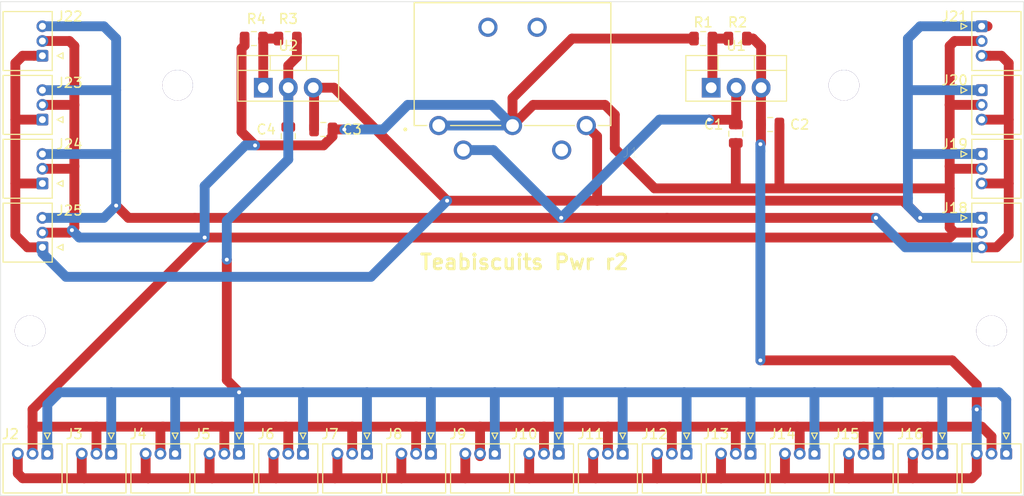
<source format=kicad_pcb>
(kicad_pcb (version 20171130) (host pcbnew "(5.1.6-0-10_14)")

  (general
    (thickness 1.6)
    (drawings 5)
    (tracks 296)
    (zones 0)
    (modules 35)
    (nets 9)
  )

  (page A4)
  (layers
    (0 F.Cu signal)
    (31 B.Cu signal)
    (32 B.Adhes user)
    (33 F.Adhes user)
    (34 B.Paste user)
    (35 F.Paste user)
    (36 B.SilkS user)
    (37 F.SilkS user)
    (38 B.Mask user)
    (39 F.Mask user)
    (40 Dwgs.User user)
    (41 Cmts.User user)
    (42 Eco1.User user)
    (43 Eco2.User user)
    (44 Edge.Cuts user)
    (45 Margin user)
    (46 B.CrtYd user)
    (47 F.CrtYd user)
    (48 B.Fab user)
    (49 F.Fab user)
  )

  (setup
    (last_trace_width 1)
    (trace_clearance 0.2)
    (zone_clearance 0.508)
    (zone_45_only no)
    (trace_min 0.2)
    (via_size 1)
    (via_drill 0.4)
    (via_min_size 0.4)
    (via_min_drill 0.3)
    (uvia_size 0.3)
    (uvia_drill 0.1)
    (uvias_allowed no)
    (uvia_min_size 0.2)
    (uvia_min_drill 0.1)
    (edge_width 0.05)
    (segment_width 0.2)
    (pcb_text_width 0.3)
    (pcb_text_size 1.5 1.5)
    (mod_edge_width 0.12)
    (mod_text_size 1 1)
    (mod_text_width 0.15)
    (pad_size 1.524 1.524)
    (pad_drill 0.762)
    (pad_to_mask_clearance 0.051)
    (solder_mask_min_width 0.25)
    (aux_axis_origin 0 0)
    (visible_elements FFFFFF7F)
    (pcbplotparams
      (layerselection 0x010fc_ffffffff)
      (usegerberextensions false)
      (usegerberattributes false)
      (usegerberadvancedattributes false)
      (creategerberjobfile false)
      (excludeedgelayer true)
      (linewidth 0.100000)
      (plotframeref false)
      (viasonmask false)
      (mode 1)
      (useauxorigin false)
      (hpglpennumber 1)
      (hpglpenspeed 20)
      (hpglpendiameter 15.000000)
      (psnegative false)
      (psa4output false)
      (plotreference true)
      (plotvalue true)
      (plotinvisibletext false)
      (padsonsilk false)
      (subtractmaskfromsilk false)
      (outputformat 1)
      (mirror false)
      (drillshape 0)
      (scaleselection 1)
      (outputdirectory "gerbers/"))
  )

  (net 0 "")
  (net 1 +5V)
  (net 2 +12V)
  (net 3 GND)
  (net 4 -5V)
  (net 5 -3V3)
  (net 6 +3V0)
  (net 7 "Net-(R1-Pad2)")
  (net 8 "Net-(R3-Pad2)")

  (net_class Default "This is the default net class."
    (clearance 0.2)
    (trace_width 1)
    (via_dia 1)
    (via_drill 0.4)
    (uvia_dia 0.3)
    (uvia_drill 0.1)
    (add_net +12V)
    (add_net +3V0)
    (add_net +5V)
    (add_net -3V3)
    (add_net -5V)
    (add_net GND)
    (add_net "Net-(R1-Pad2)")
    (add_net "Net-(R3-Pad2)")
  )

  (module Package_TO_SOT_THT:TO-220-3_Vertical (layer F.Cu) (tedit 5AC8BA0D) (tstamp 5F0A45C9)
    (at 125.71 75.5)
    (descr "TO-220-3, Vertical, RM 2.54mm, see https://www.vishay.com/docs/66542/to-220-1.pdf")
    (tags "TO-220-3 Vertical RM 2.54mm")
    (path /5F0A8D9A)
    (fp_text reference U2 (at 2.54 -4.27) (layer F.SilkS)
      (effects (font (size 1 1) (thickness 0.15)))
    )
    (fp_text value LM317_3PinPackage (at -4.21 -21.5) (layer F.Fab) hide
      (effects (font (size 1 1) (thickness 0.15)))
    )
    (fp_line (start -2.46 -3.15) (end -2.46 1.25) (layer F.Fab) (width 0.1))
    (fp_line (start -2.46 1.25) (end 7.54 1.25) (layer F.Fab) (width 0.1))
    (fp_line (start 7.54 1.25) (end 7.54 -3.15) (layer F.Fab) (width 0.1))
    (fp_line (start 7.54 -3.15) (end -2.46 -3.15) (layer F.Fab) (width 0.1))
    (fp_line (start -2.46 -1.88) (end 7.54 -1.88) (layer F.Fab) (width 0.1))
    (fp_line (start 0.69 -3.15) (end 0.69 -1.88) (layer F.Fab) (width 0.1))
    (fp_line (start 4.39 -3.15) (end 4.39 -1.88) (layer F.Fab) (width 0.1))
    (fp_line (start -2.58 -3.27) (end 7.66 -3.27) (layer F.SilkS) (width 0.12))
    (fp_line (start -2.58 1.371) (end 7.66 1.371) (layer F.SilkS) (width 0.12))
    (fp_line (start -2.58 -3.27) (end -2.58 1.371) (layer F.SilkS) (width 0.12))
    (fp_line (start 7.66 -3.27) (end 7.66 1.371) (layer F.SilkS) (width 0.12))
    (fp_line (start -2.58 -1.76) (end 7.66 -1.76) (layer F.SilkS) (width 0.12))
    (fp_line (start 0.69 -3.27) (end 0.69 -1.76) (layer F.SilkS) (width 0.12))
    (fp_line (start 4.391 -3.27) (end 4.391 -1.76) (layer F.SilkS) (width 0.12))
    (fp_line (start -2.71 -3.4) (end -2.71 1.51) (layer F.CrtYd) (width 0.05))
    (fp_line (start -2.71 1.51) (end 7.79 1.51) (layer F.CrtYd) (width 0.05))
    (fp_line (start 7.79 1.51) (end 7.79 -3.4) (layer F.CrtYd) (width 0.05))
    (fp_line (start 7.79 -3.4) (end -2.71 -3.4) (layer F.CrtYd) (width 0.05))
    (fp_text user %R (at 2.54 -4.27) (layer F.Fab)
      (effects (font (size 1 1) (thickness 0.15)))
    )
    (pad 3 thru_hole oval (at 5.08 0) (size 1.905 2) (drill 1.1) (layers *.Cu *.Mask)
      (net 1 +5V))
    (pad 2 thru_hole oval (at 2.54 0) (size 1.905 2) (drill 1.1) (layers *.Cu *.Mask)
      (net 6 +3V0))
    (pad 1 thru_hole rect (at 0 0) (size 1.905 2) (drill 1.1) (layers *.Cu *.Mask)
      (net 8 "Net-(R3-Pad2)"))
    (model ${KISYS3DMOD}/Package_TO_SOT_THT.3dshapes/TO-220-3_Vertical.wrl
      (at (xyz 0 0 0))
      (scale (xyz 1 1 1))
      (rotate (xyz 0 0 0))
    )
  )

  (module Package_TO_SOT_THT:TO-220-3_Vertical (layer F.Cu) (tedit 5AC8BA0D) (tstamp 5F0A4462)
    (at 171.25 75.5)
    (descr "TO-220-3, Vertical, RM 2.54mm, see https://www.vishay.com/docs/66542/to-220-1.pdf")
    (tags "TO-220-3 Vertical RM 2.54mm")
    (path /5F0A0573)
    (fp_text reference U1 (at 2.54 -4.27) (layer F.SilkS)
      (effects (font (size 1 1) (thickness 0.15)))
    )
    (fp_text value LM337_TO220 (at 1.75 -12.25) (layer F.Fab) hide
      (effects (font (size 1 1) (thickness 0.15)))
    )
    (fp_line (start -2.46 -3.15) (end -2.46 1.25) (layer F.Fab) (width 0.1))
    (fp_line (start -2.46 1.25) (end 7.54 1.25) (layer F.Fab) (width 0.1))
    (fp_line (start 7.54 1.25) (end 7.54 -3.15) (layer F.Fab) (width 0.1))
    (fp_line (start 7.54 -3.15) (end -2.46 -3.15) (layer F.Fab) (width 0.1))
    (fp_line (start -2.46 -1.88) (end 7.54 -1.88) (layer F.Fab) (width 0.1))
    (fp_line (start 0.69 -3.15) (end 0.69 -1.88) (layer F.Fab) (width 0.1))
    (fp_line (start 4.39 -3.15) (end 4.39 -1.88) (layer F.Fab) (width 0.1))
    (fp_line (start -2.58 -3.27) (end 7.66 -3.27) (layer F.SilkS) (width 0.12))
    (fp_line (start -2.58 1.371) (end 7.66 1.371) (layer F.SilkS) (width 0.12))
    (fp_line (start -2.58 -3.27) (end -2.58 1.371) (layer F.SilkS) (width 0.12))
    (fp_line (start 7.66 -3.27) (end 7.66 1.371) (layer F.SilkS) (width 0.12))
    (fp_line (start -2.58 -1.76) (end 7.66 -1.76) (layer F.SilkS) (width 0.12))
    (fp_line (start 0.69 -3.27) (end 0.69 -1.76) (layer F.SilkS) (width 0.12))
    (fp_line (start 4.391 -3.27) (end 4.391 -1.76) (layer F.SilkS) (width 0.12))
    (fp_line (start -2.71 -3.4) (end -2.71 1.51) (layer F.CrtYd) (width 0.05))
    (fp_line (start -2.71 1.51) (end 7.79 1.51) (layer F.CrtYd) (width 0.05))
    (fp_line (start 7.79 1.51) (end 7.79 -3.4) (layer F.CrtYd) (width 0.05))
    (fp_line (start 7.79 -3.4) (end -2.71 -3.4) (layer F.CrtYd) (width 0.05))
    (fp_text user %R (at 2.54 -4.27) (layer F.Fab)
      (effects (font (size 1 1) (thickness 0.15)))
    )
    (pad 3 thru_hole oval (at 5.08 0) (size 1.905 2) (drill 1.1) (layers *.Cu *.Mask)
      (net 5 -3V3))
    (pad 2 thru_hole oval (at 2.54 0) (size 1.905 2) (drill 1.1) (layers *.Cu *.Mask)
      (net 4 -5V))
    (pad 1 thru_hole rect (at 0 0) (size 1.905 2) (drill 1.1) (layers *.Cu *.Mask)
      (net 7 "Net-(R1-Pad2)"))
    (model ${KISYS3DMOD}/Package_TO_SOT_THT.3dshapes/TO-220-3_Vertical.wrl
      (at (xyz 0 0 0))
      (scale (xyz 1 1 1))
      (rotate (xyz 0 0 0))
    )
  )

  (module Resistor_SMD:R_0805_2012Metric (layer F.Cu) (tedit 5B36C52B) (tstamp 5F0A4848)
    (at 124.75 70.5 180)
    (descr "Resistor SMD 0805 (2012 Metric), square (rectangular) end terminal, IPC_7351 nominal, (Body size source: https://docs.google.com/spreadsheets/d/1BsfQQcO9C6DZCsRaXUlFlo91Tg2WpOkGARC1WS5S8t0/edit?usp=sharing), generated with kicad-footprint-generator")
    (tags resistor)
    (path /5F0B1B7B)
    (attr smd)
    (fp_text reference R4 (at -0.25 2) (layer F.SilkS)
      (effects (font (size 1 1) (thickness 0.15)))
    )
    (fp_text value R (at -0.5 8.25) (layer F.Fab) hide
      (effects (font (size 1 1) (thickness 0.15)))
    )
    (fp_line (start -1 0.6) (end -1 -0.6) (layer F.Fab) (width 0.1))
    (fp_line (start -1 -0.6) (end 1 -0.6) (layer F.Fab) (width 0.1))
    (fp_line (start 1 -0.6) (end 1 0.6) (layer F.Fab) (width 0.1))
    (fp_line (start 1 0.6) (end -1 0.6) (layer F.Fab) (width 0.1))
    (fp_line (start -0.258578 -0.71) (end 0.258578 -0.71) (layer F.SilkS) (width 0.12))
    (fp_line (start -0.258578 0.71) (end 0.258578 0.71) (layer F.SilkS) (width 0.12))
    (fp_line (start -1.68 0.95) (end -1.68 -0.95) (layer F.CrtYd) (width 0.05))
    (fp_line (start -1.68 -0.95) (end 1.68 -0.95) (layer F.CrtYd) (width 0.05))
    (fp_line (start 1.68 -0.95) (end 1.68 0.95) (layer F.CrtYd) (width 0.05))
    (fp_line (start 1.68 0.95) (end -1.68 0.95) (layer F.CrtYd) (width 0.05))
    (fp_text user %R (at 0 0) (layer F.Fab)
      (effects (font (size 0.5 0.5) (thickness 0.08)))
    )
    (pad 2 smd roundrect (at 0.9375 0 180) (size 0.975 1.4) (layers F.Cu F.Paste F.Mask) (roundrect_rratio 0.25)
      (net 3 GND))
    (pad 1 smd roundrect (at -0.9375 0 180) (size 0.975 1.4) (layers F.Cu F.Paste F.Mask) (roundrect_rratio 0.25)
      (net 8 "Net-(R3-Pad2)"))
    (model ${KISYS3DMOD}/Resistor_SMD.3dshapes/R_0805_2012Metric.wrl
      (at (xyz 0 0 0))
      (scale (xyz 1 1 1))
      (rotate (xyz 0 0 0))
    )
  )

  (module Resistor_SMD:R_0805_2012Metric (layer F.Cu) (tedit 5B36C52B) (tstamp 5F0A4437)
    (at 128.1875 70.5 180)
    (descr "Resistor SMD 0805 (2012 Metric), square (rectangular) end terminal, IPC_7351 nominal, (Body size source: https://docs.google.com/spreadsheets/d/1BsfQQcO9C6DZCsRaXUlFlo91Tg2WpOkGARC1WS5S8t0/edit?usp=sharing), generated with kicad-footprint-generator")
    (tags resistor)
    (path /5F0B12C7)
    (attr smd)
    (fp_text reference R3 (at -0.0625 2) (layer F.SilkS)
      (effects (font (size 1 1) (thickness 0.15)))
    )
    (fp_text value R (at -0.5625 6) (layer F.Fab) hide
      (effects (font (size 1 1) (thickness 0.15)))
    )
    (fp_line (start -1 0.6) (end -1 -0.6) (layer F.Fab) (width 0.1))
    (fp_line (start -1 -0.6) (end 1 -0.6) (layer F.Fab) (width 0.1))
    (fp_line (start 1 -0.6) (end 1 0.6) (layer F.Fab) (width 0.1))
    (fp_line (start 1 0.6) (end -1 0.6) (layer F.Fab) (width 0.1))
    (fp_line (start -0.258578 -0.71) (end 0.258578 -0.71) (layer F.SilkS) (width 0.12))
    (fp_line (start -0.258578 0.71) (end 0.258578 0.71) (layer F.SilkS) (width 0.12))
    (fp_line (start -1.68 0.95) (end -1.68 -0.95) (layer F.CrtYd) (width 0.05))
    (fp_line (start -1.68 -0.95) (end 1.68 -0.95) (layer F.CrtYd) (width 0.05))
    (fp_line (start 1.68 -0.95) (end 1.68 0.95) (layer F.CrtYd) (width 0.05))
    (fp_line (start 1.68 0.95) (end -1.68 0.95) (layer F.CrtYd) (width 0.05))
    (fp_text user %R (at 0 0) (layer F.Fab)
      (effects (font (size 0.5 0.5) (thickness 0.08)))
    )
    (pad 2 smd roundrect (at 0.9375 0 180) (size 0.975 1.4) (layers F.Cu F.Paste F.Mask) (roundrect_rratio 0.25)
      (net 8 "Net-(R3-Pad2)"))
    (pad 1 smd roundrect (at -0.9375 0 180) (size 0.975 1.4) (layers F.Cu F.Paste F.Mask) (roundrect_rratio 0.25)
      (net 6 +3V0))
    (model ${KISYS3DMOD}/Resistor_SMD.3dshapes/R_0805_2012Metric.wrl
      (at (xyz 0 0 0))
      (scale (xyz 1 1 1))
      (rotate (xyz 0 0 0))
    )
  )

  (module Resistor_SMD:R_0805_2012Metric (layer F.Cu) (tedit 5B36C52B) (tstamp 5F0A4426)
    (at 173.9375 70.5)
    (descr "Resistor SMD 0805 (2012 Metric), square (rectangular) end terminal, IPC_7351 nominal, (Body size source: https://docs.google.com/spreadsheets/d/1BsfQQcO9C6DZCsRaXUlFlo91Tg2WpOkGARC1WS5S8t0/edit?usp=sharing), generated with kicad-footprint-generator")
    (tags resistor)
    (path /5F0B0230)
    (attr smd)
    (fp_text reference R2 (at 0 -1.65) (layer F.SilkS)
      (effects (font (size 1 1) (thickness 0.15)))
    )
    (fp_text value R (at 5.3125 -11) (layer F.Fab) hide
      (effects (font (size 1 1) (thickness 0.15)))
    )
    (fp_line (start -1 0.6) (end -1 -0.6) (layer F.Fab) (width 0.1))
    (fp_line (start -1 -0.6) (end 1 -0.6) (layer F.Fab) (width 0.1))
    (fp_line (start 1 -0.6) (end 1 0.6) (layer F.Fab) (width 0.1))
    (fp_line (start 1 0.6) (end -1 0.6) (layer F.Fab) (width 0.1))
    (fp_line (start -0.258578 -0.71) (end 0.258578 -0.71) (layer F.SilkS) (width 0.12))
    (fp_line (start -0.258578 0.71) (end 0.258578 0.71) (layer F.SilkS) (width 0.12))
    (fp_line (start -1.68 0.95) (end -1.68 -0.95) (layer F.CrtYd) (width 0.05))
    (fp_line (start -1.68 -0.95) (end 1.68 -0.95) (layer F.CrtYd) (width 0.05))
    (fp_line (start 1.68 -0.95) (end 1.68 0.95) (layer F.CrtYd) (width 0.05))
    (fp_line (start 1.68 0.95) (end -1.68 0.95) (layer F.CrtYd) (width 0.05))
    (fp_text user %R (at 0 0) (layer F.Fab)
      (effects (font (size 0.5 0.5) (thickness 0.08)))
    )
    (pad 2 smd roundrect (at 0.9375 0) (size 0.975 1.4) (layers F.Cu F.Paste F.Mask) (roundrect_rratio 0.25)
      (net 5 -3V3))
    (pad 1 smd roundrect (at -0.9375 0) (size 0.975 1.4) (layers F.Cu F.Paste F.Mask) (roundrect_rratio 0.25)
      (net 7 "Net-(R1-Pad2)"))
    (model ${KISYS3DMOD}/Resistor_SMD.3dshapes/R_0805_2012Metric.wrl
      (at (xyz 0 0 0))
      (scale (xyz 1 1 1))
      (rotate (xyz 0 0 0))
    )
  )

  (module Resistor_SMD:R_0805_2012Metric (layer F.Cu) (tedit 5B36C52B) (tstamp 5F0A49F3)
    (at 170.4375 70.5)
    (descr "Resistor SMD 0805 (2012 Metric), square (rectangular) end terminal, IPC_7351 nominal, (Body size source: https://docs.google.com/spreadsheets/d/1BsfQQcO9C6DZCsRaXUlFlo91Tg2WpOkGARC1WS5S8t0/edit?usp=sharing), generated with kicad-footprint-generator")
    (tags resistor)
    (path /5F0B0B73)
    (attr smd)
    (fp_text reference R1 (at 0 -1.65) (layer F.SilkS)
      (effects (font (size 1 1) (thickness 0.15)))
    )
    (fp_text value R (at 2.0625 -9.5) (layer F.Fab) hide
      (effects (font (size 1 1) (thickness 0.15)))
    )
    (fp_line (start -1 0.6) (end -1 -0.6) (layer F.Fab) (width 0.1))
    (fp_line (start -1 -0.6) (end 1 -0.6) (layer F.Fab) (width 0.1))
    (fp_line (start 1 -0.6) (end 1 0.6) (layer F.Fab) (width 0.1))
    (fp_line (start 1 0.6) (end -1 0.6) (layer F.Fab) (width 0.1))
    (fp_line (start -0.258578 -0.71) (end 0.258578 -0.71) (layer F.SilkS) (width 0.12))
    (fp_line (start -0.258578 0.71) (end 0.258578 0.71) (layer F.SilkS) (width 0.12))
    (fp_line (start -1.68 0.95) (end -1.68 -0.95) (layer F.CrtYd) (width 0.05))
    (fp_line (start -1.68 -0.95) (end 1.68 -0.95) (layer F.CrtYd) (width 0.05))
    (fp_line (start 1.68 -0.95) (end 1.68 0.95) (layer F.CrtYd) (width 0.05))
    (fp_line (start 1.68 0.95) (end -1.68 0.95) (layer F.CrtYd) (width 0.05))
    (fp_text user %R (at 0 0) (layer F.Fab)
      (effects (font (size 0.5 0.5) (thickness 0.08)))
    )
    (pad 2 smd roundrect (at 0.9375 0) (size 0.975 1.4) (layers F.Cu F.Paste F.Mask) (roundrect_rratio 0.25)
      (net 7 "Net-(R1-Pad2)"))
    (pad 1 smd roundrect (at -0.9375 0) (size 0.975 1.4) (layers F.Cu F.Paste F.Mask) (roundrect_rratio 0.25)
      (net 3 GND))
    (model ${KISYS3DMOD}/Resistor_SMD.3dshapes/R_0805_2012Metric.wrl
      (at (xyz 0 0 0))
      (scale (xyz 1 1 1))
      (rotate (xyz 0 0 0))
    )
  )

  (module Capacitor_SMD:C_0805_2012Metric (layer F.Cu) (tedit 5B36C52B) (tstamp 5F0A5396)
    (at 128.25 80.4375 270)
    (descr "Capacitor SMD 0805 (2012 Metric), square (rectangular) end terminal, IPC_7351 nominal, (Body size source: https://docs.google.com/spreadsheets/d/1BsfQQcO9C6DZCsRaXUlFlo91Tg2WpOkGARC1WS5S8t0/edit?usp=sharing), generated with kicad-footprint-generator")
    (tags capacitor)
    (path /5F0AF91C)
    (attr smd)
    (fp_text reference C4 (at -0.6875 2.25 180) (layer F.SilkS)
      (effects (font (size 1 1) (thickness 0.15)))
    )
    (fp_text value C (at -16.1875 6.75 90) (layer F.Fab) hide
      (effects (font (size 1 1) (thickness 0.15)))
    )
    (fp_line (start -1 0.6) (end -1 -0.6) (layer F.Fab) (width 0.1))
    (fp_line (start -1 -0.6) (end 1 -0.6) (layer F.Fab) (width 0.1))
    (fp_line (start 1 -0.6) (end 1 0.6) (layer F.Fab) (width 0.1))
    (fp_line (start 1 0.6) (end -1 0.6) (layer F.Fab) (width 0.1))
    (fp_line (start -0.258578 -0.71) (end 0.258578 -0.71) (layer F.SilkS) (width 0.12))
    (fp_line (start -0.258578 0.71) (end 0.258578 0.71) (layer F.SilkS) (width 0.12))
    (fp_line (start -1.68 0.95) (end -1.68 -0.95) (layer F.CrtYd) (width 0.05))
    (fp_line (start -1.68 -0.95) (end 1.68 -0.95) (layer F.CrtYd) (width 0.05))
    (fp_line (start 1.68 -0.95) (end 1.68 0.95) (layer F.CrtYd) (width 0.05))
    (fp_line (start 1.68 0.95) (end -1.68 0.95) (layer F.CrtYd) (width 0.05))
    (fp_text user %R (at 0 0 90) (layer F.Fab)
      (effects (font (size 0.5 0.5) (thickness 0.08)))
    )
    (pad 2 smd roundrect (at 0.9375 0 270) (size 0.975 1.4) (layers F.Cu F.Paste F.Mask) (roundrect_rratio 0.25)
      (net 3 GND))
    (pad 1 smd roundrect (at -0.9375 0 270) (size 0.975 1.4) (layers F.Cu F.Paste F.Mask) (roundrect_rratio 0.25)
      (net 6 +3V0))
    (model ${KISYS3DMOD}/Capacitor_SMD.3dshapes/C_0805_2012Metric.wrl
      (at (xyz 0 0 0))
      (scale (xyz 1 1 1))
      (rotate (xyz 0 0 0))
    )
  )

  (module Capacitor_SMD:C_0805_2012Metric (layer F.Cu) (tedit 5B36C52B) (tstamp 5F0A4FFB)
    (at 131.8125 79.75)
    (descr "Capacitor SMD 0805 (2012 Metric), square (rectangular) end terminal, IPC_7351 nominal, (Body size source: https://docs.google.com/spreadsheets/d/1BsfQQcO9C6DZCsRaXUlFlo91Tg2WpOkGARC1WS5S8t0/edit?usp=sharing), generated with kicad-footprint-generator")
    (tags capacitor)
    (path /5F0AF036)
    (attr smd)
    (fp_text reference C3 (at 2.9375 0) (layer F.SilkS)
      (effects (font (size 1 1) (thickness 0.15)))
    )
    (fp_text value C (at 0 1.65) (layer F.Fab)
      (effects (font (size 1 1) (thickness 0.15)))
    )
    (fp_line (start -1 0.6) (end -1 -0.6) (layer F.Fab) (width 0.1))
    (fp_line (start -1 -0.6) (end 1 -0.6) (layer F.Fab) (width 0.1))
    (fp_line (start 1 -0.6) (end 1 0.6) (layer F.Fab) (width 0.1))
    (fp_line (start 1 0.6) (end -1 0.6) (layer F.Fab) (width 0.1))
    (fp_line (start -0.258578 -0.71) (end 0.258578 -0.71) (layer F.SilkS) (width 0.12))
    (fp_line (start -0.258578 0.71) (end 0.258578 0.71) (layer F.SilkS) (width 0.12))
    (fp_line (start -1.68 0.95) (end -1.68 -0.95) (layer F.CrtYd) (width 0.05))
    (fp_line (start -1.68 -0.95) (end 1.68 -0.95) (layer F.CrtYd) (width 0.05))
    (fp_line (start 1.68 -0.95) (end 1.68 0.95) (layer F.CrtYd) (width 0.05))
    (fp_line (start 1.68 0.95) (end -1.68 0.95) (layer F.CrtYd) (width 0.05))
    (fp_text user %R (at 0 0) (layer F.Fab)
      (effects (font (size 0.5 0.5) (thickness 0.08)))
    )
    (pad 2 smd roundrect (at 0.9375 0) (size 0.975 1.4) (layers F.Cu F.Paste F.Mask) (roundrect_rratio 0.25)
      (net 3 GND))
    (pad 1 smd roundrect (at -0.9375 0) (size 0.975 1.4) (layers F.Cu F.Paste F.Mask) (roundrect_rratio 0.25)
      (net 1 +5V))
    (model ${KISYS3DMOD}/Capacitor_SMD.3dshapes/C_0805_2012Metric.wrl
      (at (xyz 0 0 0))
      (scale (xyz 1 1 1))
      (rotate (xyz 0 0 0))
    )
  )

  (module Capacitor_SMD:C_0805_2012Metric (layer F.Cu) (tedit 5B36C52B) (tstamp 5F0A4048)
    (at 177.25 79.25)
    (descr "Capacitor SMD 0805 (2012 Metric), square (rectangular) end terminal, IPC_7351 nominal, (Body size source: https://docs.google.com/spreadsheets/d/1BsfQQcO9C6DZCsRaXUlFlo91Tg2WpOkGARC1WS5S8t0/edit?usp=sharing), generated with kicad-footprint-generator")
    (tags capacitor)
    (path /5F0AE84D)
    (attr smd)
    (fp_text reference C2 (at 3 0) (layer F.SilkS)
      (effects (font (size 1 1) (thickness 0.15)))
    )
    (fp_text value C (at 2.25 -17.75) (layer F.Fab) hide
      (effects (font (size 1 1) (thickness 0.15)))
    )
    (fp_line (start -1 0.6) (end -1 -0.6) (layer F.Fab) (width 0.1))
    (fp_line (start -1 -0.6) (end 1 -0.6) (layer F.Fab) (width 0.1))
    (fp_line (start 1 -0.6) (end 1 0.6) (layer F.Fab) (width 0.1))
    (fp_line (start 1 0.6) (end -1 0.6) (layer F.Fab) (width 0.1))
    (fp_line (start -0.258578 -0.71) (end 0.258578 -0.71) (layer F.SilkS) (width 0.12))
    (fp_line (start -0.258578 0.71) (end 0.258578 0.71) (layer F.SilkS) (width 0.12))
    (fp_line (start -1.68 0.95) (end -1.68 -0.95) (layer F.CrtYd) (width 0.05))
    (fp_line (start -1.68 -0.95) (end 1.68 -0.95) (layer F.CrtYd) (width 0.05))
    (fp_line (start 1.68 -0.95) (end 1.68 0.95) (layer F.CrtYd) (width 0.05))
    (fp_line (start 1.68 0.95) (end -1.68 0.95) (layer F.CrtYd) (width 0.05))
    (fp_text user %R (at 0 0) (layer F.Fab)
      (effects (font (size 0.5 0.5) (thickness 0.08)))
    )
    (pad 2 smd roundrect (at 0.9375 0) (size 0.975 1.4) (layers F.Cu F.Paste F.Mask) (roundrect_rratio 0.25)
      (net 3 GND))
    (pad 1 smd roundrect (at -0.9375 0) (size 0.975 1.4) (layers F.Cu F.Paste F.Mask) (roundrect_rratio 0.25)
      (net 5 -3V3))
    (model ${KISYS3DMOD}/Capacitor_SMD.3dshapes/C_0805_2012Metric.wrl
      (at (xyz 0 0 0))
      (scale (xyz 1 1 1))
      (rotate (xyz 0 0 0))
    )
  )

  (module Capacitor_SMD:C_0805_2012Metric (layer F.Cu) (tedit 5B36C52B) (tstamp 5F0A4037)
    (at 173.75 80.1875 270)
    (descr "Capacitor SMD 0805 (2012 Metric), square (rectangular) end terminal, IPC_7351 nominal, (Body size source: https://docs.google.com/spreadsheets/d/1BsfQQcO9C6DZCsRaXUlFlo91Tg2WpOkGARC1WS5S8t0/edit?usp=sharing), generated with kicad-footprint-generator")
    (tags capacitor)
    (path /5F0ADFBB)
    (attr smd)
    (fp_text reference C1 (at -0.9375 2.25 180) (layer F.SilkS)
      (effects (font (size 1 1) (thickness 0.15)))
    )
    (fp_text value C (at -23.6875 -0.5 90) (layer F.Fab) hide
      (effects (font (size 1 1) (thickness 0.15)))
    )
    (fp_line (start -1 0.6) (end -1 -0.6) (layer F.Fab) (width 0.1))
    (fp_line (start -1 -0.6) (end 1 -0.6) (layer F.Fab) (width 0.1))
    (fp_line (start 1 -0.6) (end 1 0.6) (layer F.Fab) (width 0.1))
    (fp_line (start 1 0.6) (end -1 0.6) (layer F.Fab) (width 0.1))
    (fp_line (start -0.258578 -0.71) (end 0.258578 -0.71) (layer F.SilkS) (width 0.12))
    (fp_line (start -0.258578 0.71) (end 0.258578 0.71) (layer F.SilkS) (width 0.12))
    (fp_line (start -1.68 0.95) (end -1.68 -0.95) (layer F.CrtYd) (width 0.05))
    (fp_line (start -1.68 -0.95) (end 1.68 -0.95) (layer F.CrtYd) (width 0.05))
    (fp_line (start 1.68 -0.95) (end 1.68 0.95) (layer F.CrtYd) (width 0.05))
    (fp_line (start 1.68 0.95) (end -1.68 0.95) (layer F.CrtYd) (width 0.05))
    (fp_text user %R (at 0 0 90) (layer F.Fab)
      (effects (font (size 0.5 0.5) (thickness 0.08)))
    )
    (pad 2 smd roundrect (at 0.9375 0 270) (size 0.975 1.4) (layers F.Cu F.Paste F.Mask) (roundrect_rratio 0.25)
      (net 3 GND))
    (pad 1 smd roundrect (at -0.9375 0 270) (size 0.975 1.4) (layers F.Cu F.Paste F.Mask) (roundrect_rratio 0.25)
      (net 4 -5V))
    (model ${KISYS3DMOD}/Capacitor_SMD.3dshapes/C_0805_2012Metric.wrl
      (at (xyz 0 0 0))
      (scale (xyz 1 1 1))
      (rotate (xyz 0 0 0))
    )
  )

  (module JST1_5_3p:JST (layer F.Cu) (tedit 5F09BF6C) (tstamp 5F0A2958)
    (at 103.25 91.75 90)
    (descr "JST EH series connector, S3B-EH (http://www.jst-mfg.com/product/pdf/eng/eEH.pdf), generated with kicad-footprint-generator")
    (tags "connector JST EH horizontal")
    (path /5F0CE17E)
    (fp_text reference J25 (at 3.75 2.75 180) (layer F.SilkS)
      (effects (font (size 1 1) (thickness 0.15)))
    )
    (fp_text value Conn_01x03 (at 10 -12.5 90) (layer F.Fab) hide
      (effects (font (size 1 1) (thickness 0.15)))
    )
    (fp_line (start 0.3 2.1) (end 0 1.5) (layer F.SilkS) (width 0.12))
    (fp_line (start -0.3 2.1) (end 0.3 2.1) (layer F.SilkS) (width 0.12))
    (fp_line (start 0 1.5) (end -0.3 2.1) (layer F.SilkS) (width 0.12))
    (fp_line (start -1.5 1) (end 4.5 1) (layer F.SilkS) (width 0.12))
    (fp_line (start 4.5 1) (end 4.5 -4) (layer F.SilkS) (width 0.12))
    (fp_line (start 4.5 -4) (end -1.5 -4) (layer F.SilkS) (width 0.12))
    (fp_line (start -1.5 -4) (end -1.5 1) (layer F.SilkS) (width 0.12))
    (fp_line (start 4.75 -4.25) (end -1.75 -4.25) (layer F.CrtYd) (width 0.12))
    (fp_line (start -1.75 -4.25) (end -1.75 1.25) (layer F.CrtYd) (width 0.12))
    (fp_line (start -1.75 1.25) (end 4.75 1.25) (layer F.CrtYd) (width 0.12))
    (fp_line (start 4.75 1.25) (end 4.75 -4.25) (layer F.CrtYd) (width 0.12))
    (fp_text user %R (at 8.25 -11 90) (layer F.Fab) hide
      (effects (font (size 1 1) (thickness 0.15)))
    )
    (pad 1 thru_hole roundrect (at 0 0 90) (size 1.2 1.2) (drill 0.7) (layers *.Cu *.Mask) (roundrect_rratio 0.147)
      (net 1 +5V))
    (pad 2 thru_hole oval (at 1.5 0 90) (size 1.2 1.2) (drill 0.7) (layers *.Cu *.Mask)
      (net 3 GND))
    (pad 3 thru_hole oval (at 3 0 90) (size 1.2 1.2) (drill 0.7) (layers *.Cu *.Mask)
      (net 4 -5V))
    (model ${KISYS3DMOD}/Connector_JST.3dshapes/JST_EH_S3B-EH_1x03_P2.50mm_Horizontal.wrl
      (at (xyz 0 0 0))
      (scale (xyz 1 1 1))
      (rotate (xyz 0 0 0))
    )
  )

  (module JST1_5_3p:JST (layer F.Cu) (tedit 5F09BF6C) (tstamp 5F0A35CF)
    (at 103.25 85.25 90)
    (descr "JST EH series connector, S3B-EH (http://www.jst-mfg.com/product/pdf/eng/eEH.pdf), generated with kicad-footprint-generator")
    (tags "connector JST EH horizontal")
    (path /5F0CE156)
    (fp_text reference J24 (at 4 2.75 180) (layer F.SilkS)
      (effects (font (size 1 1) (thickness 0.15)))
    )
    (fp_text value Conn_01x03 (at 9 -13.25 90) (layer F.Fab) hide
      (effects (font (size 1 1) (thickness 0.15)))
    )
    (fp_line (start 0.3 2.1) (end 0 1.5) (layer F.SilkS) (width 0.12))
    (fp_line (start -0.3 2.1) (end 0.3 2.1) (layer F.SilkS) (width 0.12))
    (fp_line (start 0 1.5) (end -0.3 2.1) (layer F.SilkS) (width 0.12))
    (fp_line (start -1.5 1) (end 4.5 1) (layer F.SilkS) (width 0.12))
    (fp_line (start 4.5 1) (end 4.5 -4) (layer F.SilkS) (width 0.12))
    (fp_line (start 4.5 -4) (end -1.5 -4) (layer F.SilkS) (width 0.12))
    (fp_line (start -1.5 -4) (end -1.5 1) (layer F.SilkS) (width 0.12))
    (fp_line (start 4.75 -4.25) (end -1.75 -4.25) (layer F.CrtYd) (width 0.12))
    (fp_line (start -1.75 -4.25) (end -1.75 1.25) (layer F.CrtYd) (width 0.12))
    (fp_line (start -1.75 1.25) (end 4.75 1.25) (layer F.CrtYd) (width 0.12))
    (fp_line (start 4.75 1.25) (end 4.75 -4.25) (layer F.CrtYd) (width 0.12))
    (fp_text user %R (at 4.25 -13.5 90) (layer F.Fab) hide
      (effects (font (size 1 1) (thickness 0.15)))
    )
    (pad 1 thru_hole roundrect (at 0 0 90) (size 1.2 1.2) (drill 0.7) (layers *.Cu *.Mask) (roundrect_rratio 0.147)
      (net 1 +5V))
    (pad 2 thru_hole oval (at 1.5 0 90) (size 1.2 1.2) (drill 0.7) (layers *.Cu *.Mask)
      (net 3 GND))
    (pad 3 thru_hole oval (at 3 0 90) (size 1.2 1.2) (drill 0.7) (layers *.Cu *.Mask)
      (net 4 -5V))
    (model ${KISYS3DMOD}/Connector_JST.3dshapes/JST_EH_S3B-EH_1x03_P2.50mm_Horizontal.wrl
      (at (xyz 0 0 0))
      (scale (xyz 1 1 1))
      (rotate (xyz 0 0 0))
    )
  )

  (module JST1_5_3p:JST (layer F.Cu) (tedit 5F09BF6C) (tstamp 5F086D31)
    (at 103.25 78.75 90)
    (descr "JST EH series connector, S3B-EH (http://www.jst-mfg.com/product/pdf/eng/eEH.pdf), generated with kicad-footprint-generator")
    (tags "connector JST EH horizontal")
    (path /5F0A6E0A)
    (fp_text reference J23 (at 3.75 2.75 180) (layer F.SilkS)
      (effects (font (size 1 1) (thickness 0.15)))
    )
    (fp_text value Conn_01x03 (at 7 -13.5 90) (layer F.Fab) hide
      (effects (font (size 1 1) (thickness 0.15)))
    )
    (fp_line (start 0.3 2.1) (end 0 1.5) (layer F.SilkS) (width 0.12))
    (fp_line (start -0.3 2.1) (end 0.3 2.1) (layer F.SilkS) (width 0.12))
    (fp_line (start 0 1.5) (end -0.3 2.1) (layer F.SilkS) (width 0.12))
    (fp_line (start -1.5 1) (end 4.5 1) (layer F.SilkS) (width 0.12))
    (fp_line (start 4.5 1) (end 4.5 -4) (layer F.SilkS) (width 0.12))
    (fp_line (start 4.5 -4) (end -1.5 -4) (layer F.SilkS) (width 0.12))
    (fp_line (start -1.5 -4) (end -1.5 1) (layer F.SilkS) (width 0.12))
    (fp_line (start 4.75 -4.25) (end -1.75 -4.25) (layer F.CrtYd) (width 0.12))
    (fp_line (start -1.75 -4.25) (end -1.75 1.25) (layer F.CrtYd) (width 0.12))
    (fp_line (start -1.75 1.25) (end 4.75 1.25) (layer F.CrtYd) (width 0.12))
    (fp_line (start 4.75 1.25) (end 4.75 -4.25) (layer F.CrtYd) (width 0.12))
    (fp_text user %R (at 2.5 -13 90) (layer F.Fab) hide
      (effects (font (size 1 1) (thickness 0.15)))
    )
    (pad 1 thru_hole roundrect (at 0 0 90) (size 1.2 1.2) (drill 0.7) (layers *.Cu *.Mask) (roundrect_rratio 0.147)
      (net 1 +5V))
    (pad 2 thru_hole oval (at 1.5 0 90) (size 1.2 1.2) (drill 0.7) (layers *.Cu *.Mask)
      (net 3 GND))
    (pad 3 thru_hole oval (at 3 0 90) (size 1.2 1.2) (drill 0.7) (layers *.Cu *.Mask)
      (net 4 -5V))
    (model ${KISYS3DMOD}/Connector_JST.3dshapes/JST_EH_S3B-EH_1x03_P2.50mm_Horizontal.wrl
      (at (xyz 0 0 0))
      (scale (xyz 1 1 1))
      (rotate (xyz 0 0 0))
    )
  )

  (module JST1_5_3p:JST (layer F.Cu) (tedit 5F09BF6C) (tstamp 5F086CF6)
    (at 103.25 72.25 90)
    (descr "JST EH series connector, S3B-EH (http://www.jst-mfg.com/product/pdf/eng/eEH.pdf), generated with kicad-footprint-generator")
    (tags "connector JST EH horizontal")
    (path /5F0A6DE2)
    (fp_text reference J22 (at 4 2.75 180) (layer F.SilkS)
      (effects (font (size 1 1) (thickness 0.15)))
    )
    (fp_text value Conn_01x03 (at 3 -12.5 90) (layer F.Fab) hide
      (effects (font (size 1 1) (thickness 0.15)))
    )
    (fp_line (start 0.3 2.1) (end 0 1.5) (layer F.SilkS) (width 0.12))
    (fp_line (start -0.3 2.1) (end 0.3 2.1) (layer F.SilkS) (width 0.12))
    (fp_line (start 0 1.5) (end -0.3 2.1) (layer F.SilkS) (width 0.12))
    (fp_line (start -1.5 1) (end 4.5 1) (layer F.SilkS) (width 0.12))
    (fp_line (start 4.5 1) (end 4.5 -4) (layer F.SilkS) (width 0.12))
    (fp_line (start 4.5 -4) (end -1.5 -4) (layer F.SilkS) (width 0.12))
    (fp_line (start -1.5 -4) (end -1.5 1) (layer F.SilkS) (width 0.12))
    (fp_line (start 4.75 -4.25) (end -1.75 -4.25) (layer F.CrtYd) (width 0.12))
    (fp_line (start -1.75 -4.25) (end -1.75 1.25) (layer F.CrtYd) (width 0.12))
    (fp_line (start -1.75 1.25) (end 4.75 1.25) (layer F.CrtYd) (width 0.12))
    (fp_line (start 4.75 1.25) (end 4.75 -4.25) (layer F.CrtYd) (width 0.12))
    (fp_text user %R (at 0.5 -12.25 90) (layer F.Fab) hide
      (effects (font (size 1 1) (thickness 0.15)))
    )
    (pad 1 thru_hole roundrect (at 0 0 90) (size 1.2 1.2) (drill 0.7) (layers *.Cu *.Mask) (roundrect_rratio 0.147)
      (net 1 +5V))
    (pad 2 thru_hole oval (at 1.5 0 90) (size 1.2 1.2) (drill 0.7) (layers *.Cu *.Mask)
      (net 3 GND))
    (pad 3 thru_hole oval (at 3 0 90) (size 1.2 1.2) (drill 0.7) (layers *.Cu *.Mask)
      (net 4 -5V))
    (model ${KISYS3DMOD}/Connector_JST.3dshapes/JST_EH_S3B-EH_1x03_P2.50mm_Horizontal.wrl
      (at (xyz 0 0 0))
      (scale (xyz 1 1 1))
      (rotate (xyz 0 0 0))
    )
  )

  (module JST1_5_3p:JST (layer F.Cu) (tedit 5F09BF6C) (tstamp 5F0A3770)
    (at 198.75 69.25 270)
    (descr "JST EH series connector, S3B-EH (http://www.jst-mfg.com/product/pdf/eng/eEH.pdf), generated with kicad-footprint-generator")
    (tags "connector JST EH horizontal")
    (path /5F0A6DBA)
    (fp_text reference J21 (at -1 2.75 180) (layer F.SilkS)
      (effects (font (size 1 1) (thickness 0.15)))
    )
    (fp_text value Conn_01x03 (at 4 -18.75 90) (layer F.Fab) hide
      (effects (font (size 1 1) (thickness 0.15)))
    )
    (fp_line (start 0.3 2.1) (end 0 1.5) (layer F.SilkS) (width 0.12))
    (fp_line (start -0.3 2.1) (end 0.3 2.1) (layer F.SilkS) (width 0.12))
    (fp_line (start 0 1.5) (end -0.3 2.1) (layer F.SilkS) (width 0.12))
    (fp_line (start -1.5 1) (end 4.5 1) (layer F.SilkS) (width 0.12))
    (fp_line (start 4.5 1) (end 4.5 -4) (layer F.SilkS) (width 0.12))
    (fp_line (start 4.5 -4) (end -1.5 -4) (layer F.SilkS) (width 0.12))
    (fp_line (start -1.5 -4) (end -1.5 1) (layer F.SilkS) (width 0.12))
    (fp_line (start 4.75 -4.25) (end -1.75 -4.25) (layer F.CrtYd) (width 0.12))
    (fp_line (start -1.75 -4.25) (end -1.75 1.25) (layer F.CrtYd) (width 0.12))
    (fp_line (start -1.75 1.25) (end 4.75 1.25) (layer F.CrtYd) (width 0.12))
    (fp_line (start 4.75 1.25) (end 4.75 -4.25) (layer F.CrtYd) (width 0.12))
    (fp_text user %R (at 2.5 -15.25 90) (layer F.Fab) hide
      (effects (font (size 1 1) (thickness 0.15)))
    )
    (pad 1 thru_hole roundrect (at 0 0 270) (size 1.2 1.2) (drill 0.7) (layers *.Cu *.Mask) (roundrect_rratio 0.147)
      (net 1 +5V))
    (pad 2 thru_hole oval (at 1.5 0 270) (size 1.2 1.2) (drill 0.7) (layers *.Cu *.Mask)
      (net 3 GND))
    (pad 3 thru_hole oval (at 3 0 270) (size 1.2 1.2) (drill 0.7) (layers *.Cu *.Mask)
      (net 4 -5V))
    (model ${KISYS3DMOD}/Connector_JST.3dshapes/JST_EH_S3B-EH_1x03_P2.50mm_Horizontal.wrl
      (at (xyz 0 0 0))
      (scale (xyz 1 1 1))
      (rotate (xyz 0 0 0))
    )
  )

  (module JST1_5_3p:JST (layer F.Cu) (tedit 5F09BF6C) (tstamp 5F086C80)
    (at 198.75 75.75 270)
    (descr "JST EH series connector, S3B-EH (http://www.jst-mfg.com/product/pdf/eng/eEH.pdf), generated with kicad-footprint-generator")
    (tags "connector JST EH horizontal")
    (path /5F0A6D92)
    (fp_text reference J20 (at -1 2.75 180) (layer F.SilkS)
      (effects (font (size 1 1) (thickness 0.15)))
    )
    (fp_text value Conn_01x03 (at 2.75 -16.75 90) (layer F.Fab) hide
      (effects (font (size 1 1) (thickness 0.15)))
    )
    (fp_line (start 0.3 2.1) (end 0 1.5) (layer F.SilkS) (width 0.12))
    (fp_line (start -0.3 2.1) (end 0.3 2.1) (layer F.SilkS) (width 0.12))
    (fp_line (start 0 1.5) (end -0.3 2.1) (layer F.SilkS) (width 0.12))
    (fp_line (start -1.5 1) (end 4.5 1) (layer F.SilkS) (width 0.12))
    (fp_line (start 4.5 1) (end 4.5 -4) (layer F.SilkS) (width 0.12))
    (fp_line (start 4.5 -4) (end -1.5 -4) (layer F.SilkS) (width 0.12))
    (fp_line (start -1.5 -4) (end -1.5 1) (layer F.SilkS) (width 0.12))
    (fp_line (start 4.75 -4.25) (end -1.75 -4.25) (layer F.CrtYd) (width 0.12))
    (fp_line (start -1.75 -4.25) (end -1.75 1.25) (layer F.CrtYd) (width 0.12))
    (fp_line (start -1.75 1.25) (end 4.75 1.25) (layer F.CrtYd) (width 0.12))
    (fp_line (start 4.75 1.25) (end 4.75 -4.25) (layer F.CrtYd) (width 0.12))
    (fp_text user %R (at 0.5 -17.75 90) (layer F.Fab) hide
      (effects (font (size 1 1) (thickness 0.15)))
    )
    (pad 1 thru_hole roundrect (at 0 0 270) (size 1.2 1.2) (drill 0.7) (layers *.Cu *.Mask) (roundrect_rratio 0.147)
      (net 1 +5V))
    (pad 2 thru_hole oval (at 1.5 0 270) (size 1.2 1.2) (drill 0.7) (layers *.Cu *.Mask)
      (net 3 GND))
    (pad 3 thru_hole oval (at 3 0 270) (size 1.2 1.2) (drill 0.7) (layers *.Cu *.Mask)
      (net 4 -5V))
    (model ${KISYS3DMOD}/Connector_JST.3dshapes/JST_EH_S3B-EH_1x03_P2.50mm_Horizontal.wrl
      (at (xyz 0 0 0))
      (scale (xyz 1 1 1))
      (rotate (xyz 0 0 0))
    )
  )

  (module JST1_5_3p:JST (layer F.Cu) (tedit 5F09BF6C) (tstamp 5F086C45)
    (at 198.75 82.25 270)
    (descr "JST EH series connector, S3B-EH (http://www.jst-mfg.com/product/pdf/eng/eEH.pdf), generated with kicad-footprint-generator")
    (tags "connector JST EH horizontal")
    (path /5F0CE12E)
    (fp_text reference J19 (at -1 2.75 180) (layer F.SilkS)
      (effects (font (size 1 1) (thickness 0.15)))
    )
    (fp_text value Conn_01x03 (at 0.25 -12.25 90) (layer F.Fab) hide
      (effects (font (size 1 1) (thickness 0.15)))
    )
    (fp_line (start 0.3 2.1) (end 0 1.5) (layer F.SilkS) (width 0.12))
    (fp_line (start -0.3 2.1) (end 0.3 2.1) (layer F.SilkS) (width 0.12))
    (fp_line (start 0 1.5) (end -0.3 2.1) (layer F.SilkS) (width 0.12))
    (fp_line (start -1.5 1) (end 4.5 1) (layer F.SilkS) (width 0.12))
    (fp_line (start 4.5 1) (end 4.5 -4) (layer F.SilkS) (width 0.12))
    (fp_line (start 4.5 -4) (end -1.5 -4) (layer F.SilkS) (width 0.12))
    (fp_line (start -1.5 -4) (end -1.5 1) (layer F.SilkS) (width 0.12))
    (fp_line (start 4.75 -4.25) (end -1.75 -4.25) (layer F.CrtYd) (width 0.12))
    (fp_line (start -1.75 -4.25) (end -1.75 1.25) (layer F.CrtYd) (width 0.12))
    (fp_line (start -1.75 1.25) (end 4.75 1.25) (layer F.CrtYd) (width 0.12))
    (fp_line (start 4.75 1.25) (end 4.75 -4.25) (layer F.CrtYd) (width 0.12))
    (fp_text user %R (at -3 -15.25 90) (layer F.Fab) hide
      (effects (font (size 1 1) (thickness 0.15)))
    )
    (pad 1 thru_hole roundrect (at 0 0 270) (size 1.2 1.2) (drill 0.7) (layers *.Cu *.Mask) (roundrect_rratio 0.147)
      (net 1 +5V))
    (pad 2 thru_hole oval (at 1.5 0 270) (size 1.2 1.2) (drill 0.7) (layers *.Cu *.Mask)
      (net 3 GND))
    (pad 3 thru_hole oval (at 3 0 270) (size 1.2 1.2) (drill 0.7) (layers *.Cu *.Mask)
      (net 4 -5V))
    (model ${KISYS3DMOD}/Connector_JST.3dshapes/JST_EH_S3B-EH_1x03_P2.50mm_Horizontal.wrl
      (at (xyz 0 0 0))
      (scale (xyz 1 1 1))
      (rotate (xyz 0 0 0))
    )
  )

  (module JST1_5_3p:JST (layer F.Cu) (tedit 5F09BF6C) (tstamp 5F0A2839)
    (at 198.75 88.75 270)
    (descr "JST EH series connector, S3B-EH (http://www.jst-mfg.com/product/pdf/eng/eEH.pdf), generated with kicad-footprint-generator")
    (tags "connector JST EH horizontal")
    (path /5F0CE106)
    (fp_text reference J18 (at -1 2.75 180) (layer F.SilkS)
      (effects (font (size 1 1) (thickness 0.15)))
    )
    (fp_text value Conn_01x03 (at -3 -15.25 90) (layer F.Fab) hide
      (effects (font (size 1 1) (thickness 0.15)))
    )
    (fp_line (start 0.3 2.1) (end 0 1.5) (layer F.SilkS) (width 0.12))
    (fp_line (start -0.3 2.1) (end 0.3 2.1) (layer F.SilkS) (width 0.12))
    (fp_line (start 0 1.5) (end -0.3 2.1) (layer F.SilkS) (width 0.12))
    (fp_line (start -1.5 1) (end 4.5 1) (layer F.SilkS) (width 0.12))
    (fp_line (start 4.5 1) (end 4.5 -4) (layer F.SilkS) (width 0.12))
    (fp_line (start 4.5 -4) (end -1.5 -4) (layer F.SilkS) (width 0.12))
    (fp_line (start -1.5 -4) (end -1.5 1) (layer F.SilkS) (width 0.12))
    (fp_line (start 4.75 -4.25) (end -1.75 -4.25) (layer F.CrtYd) (width 0.12))
    (fp_line (start -1.75 -4.25) (end -1.75 1.25) (layer F.CrtYd) (width 0.12))
    (fp_line (start -1.75 1.25) (end 4.75 1.25) (layer F.CrtYd) (width 0.12))
    (fp_line (start 4.75 1.25) (end 4.75 -4.25) (layer F.CrtYd) (width 0.12))
    (fp_text user %R (at -0.25 -16.5 90) (layer F.Fab) hide
      (effects (font (size 1 1) (thickness 0.15)))
    )
    (pad 1 thru_hole roundrect (at 0 0 270) (size 1.2 1.2) (drill 0.7) (layers *.Cu *.Mask) (roundrect_rratio 0.147)
      (net 1 +5V))
    (pad 2 thru_hole oval (at 1.5 0 270) (size 1.2 1.2) (drill 0.7) (layers *.Cu *.Mask)
      (net 3 GND))
    (pad 3 thru_hole oval (at 3 0 270) (size 1.2 1.2) (drill 0.7) (layers *.Cu *.Mask)
      (net 4 -5V))
    (model ${KISYS3DMOD}/Connector_JST.3dshapes/JST_EH_S3B-EH_1x03_P2.50mm_Horizontal.wrl
      (at (xyz 0 0 0))
      (scale (xyz 1 1 1))
      (rotate (xyz 0 0 0))
    )
  )

  (module JST1_5_3p:JST (layer F.Cu) (tedit 5F09BF6C) (tstamp 5F086BCF)
    (at 201.25 112.75 180)
    (descr "JST EH series connector, S3B-EH (http://www.jst-mfg.com/product/pdf/eng/eEH.pdf), generated with kicad-footprint-generator")
    (tags "connector JST EH horizontal")
    (path /5F0A6D6A)
    (fp_text reference J17 (at 2.5 -7.9) (layer F.SilkS) hide
      (effects (font (size 1 1) (thickness 0.15)))
    )
    (fp_text value Conn_01x03 (at -2.75 -8.5) (layer F.Fab) hide
      (effects (font (size 1 1) (thickness 0.15)))
    )
    (fp_line (start 0.3 2.1) (end 0 1.5) (layer F.SilkS) (width 0.12))
    (fp_line (start -0.3 2.1) (end 0.3 2.1) (layer F.SilkS) (width 0.12))
    (fp_line (start 0 1.5) (end -0.3 2.1) (layer F.SilkS) (width 0.12))
    (fp_line (start -1.5 1) (end 4.5 1) (layer F.SilkS) (width 0.12))
    (fp_line (start 4.5 1) (end 4.5 -4) (layer F.SilkS) (width 0.12))
    (fp_line (start 4.5 -4) (end -1.5 -4) (layer F.SilkS) (width 0.12))
    (fp_line (start -1.5 -4) (end -1.5 1) (layer F.SilkS) (width 0.12))
    (fp_line (start 4.75 -4.25) (end -1.75 -4.25) (layer F.CrtYd) (width 0.12))
    (fp_line (start -1.75 -4.25) (end -1.75 1.25) (layer F.CrtYd) (width 0.12))
    (fp_line (start -1.75 1.25) (end 4.75 1.25) (layer F.CrtYd) (width 0.12))
    (fp_line (start 4.75 1.25) (end 4.75 -4.25) (layer F.CrtYd) (width 0.12))
    (fp_text user %R (at 3.25 2) (layer F.Fab)
      (effects (font (size 1 1) (thickness 0.15)))
    )
    (pad 1 thru_hole roundrect (at 0 0 180) (size 1.2 1.2) (drill 0.7) (layers *.Cu *.Mask) (roundrect_rratio 0.147)
      (net 6 +3V0))
    (pad 2 thru_hole oval (at 1.5 0 180) (size 1.2 1.2) (drill 0.7) (layers *.Cu *.Mask)
      (net 3 GND))
    (pad 3 thru_hole oval (at 3 0 180) (size 1.2 1.2) (drill 0.7) (layers *.Cu *.Mask)
      (net 5 -3V3))
    (model ${KISYS3DMOD}/Connector_JST.3dshapes/JST_EH_S3B-EH_1x03_P2.50mm_Horizontal.wrl
      (at (xyz 0 0 0))
      (scale (xyz 1 1 1))
      (rotate (xyz 0 0 0))
    )
  )

  (module JST1_5_3p:JST (layer F.Cu) (tedit 5F09BF6C) (tstamp 5F086B94)
    (at 194.75 112.75 180)
    (descr "JST EH series connector, S3B-EH (http://www.jst-mfg.com/product/pdf/eng/eEH.pdf), generated with kicad-footprint-generator")
    (tags "connector JST EH horizontal")
    (path /5F0A6D42)
    (fp_text reference J16 (at 3.25 2) (layer F.SilkS)
      (effects (font (size 1 1) (thickness 0.15)))
    )
    (fp_text value Conn_01x03 (at 10.75 -8.75) (layer F.Fab) hide
      (effects (font (size 1 1) (thickness 0.15)))
    )
    (fp_line (start 0.3 2.1) (end 0 1.5) (layer F.SilkS) (width 0.12))
    (fp_line (start -0.3 2.1) (end 0.3 2.1) (layer F.SilkS) (width 0.12))
    (fp_line (start 0 1.5) (end -0.3 2.1) (layer F.SilkS) (width 0.12))
    (fp_line (start -1.5 1) (end 4.5 1) (layer F.SilkS) (width 0.12))
    (fp_line (start 4.5 1) (end 4.5 -4) (layer F.SilkS) (width 0.12))
    (fp_line (start 4.5 -4) (end -1.5 -4) (layer F.SilkS) (width 0.12))
    (fp_line (start -1.5 -4) (end -1.5 1) (layer F.SilkS) (width 0.12))
    (fp_line (start 4.75 -4.25) (end -1.75 -4.25) (layer F.CrtYd) (width 0.12))
    (fp_line (start -1.75 -4.25) (end -1.75 1.25) (layer F.CrtYd) (width 0.12))
    (fp_line (start -1.75 1.25) (end 4.75 1.25) (layer F.CrtYd) (width 0.12))
    (fp_line (start 4.75 1.25) (end 4.75 -4.25) (layer F.CrtYd) (width 0.12))
    (fp_text user %R (at 2.5 -2.6) (layer F.Fab)
      (effects (font (size 1 1) (thickness 0.15)))
    )
    (pad 1 thru_hole roundrect (at 0 0 180) (size 1.2 1.2) (drill 0.7) (layers *.Cu *.Mask) (roundrect_rratio 0.147)
      (net 6 +3V0))
    (pad 2 thru_hole oval (at 1.5 0 180) (size 1.2 1.2) (drill 0.7) (layers *.Cu *.Mask)
      (net 3 GND))
    (pad 3 thru_hole oval (at 3 0 180) (size 1.2 1.2) (drill 0.7) (layers *.Cu *.Mask)
      (net 5 -3V3))
    (model ${KISYS3DMOD}/Connector_JST.3dshapes/JST_EH_S3B-EH_1x03_P2.50mm_Horizontal.wrl
      (at (xyz 0 0 0))
      (scale (xyz 1 1 1))
      (rotate (xyz 0 0 0))
    )
  )

  (module JST1_5_3p:JST (layer F.Cu) (tedit 5F09BF6C) (tstamp 5F088581)
    (at 188.25 112.75 180)
    (descr "JST EH series connector, S3B-EH (http://www.jst-mfg.com/product/pdf/eng/eEH.pdf), generated with kicad-footprint-generator")
    (tags "connector JST EH horizontal")
    (path /5F0A6D1A)
    (fp_text reference J15 (at 3.25 2) (layer F.SilkS)
      (effects (font (size 1 1) (thickness 0.15)))
    )
    (fp_text value Conn_01x03 (at 9.75 -8.75) (layer F.Fab) hide
      (effects (font (size 1 1) (thickness 0.15)))
    )
    (fp_line (start 0.3 2.1) (end 0 1.5) (layer F.SilkS) (width 0.12))
    (fp_line (start -0.3 2.1) (end 0.3 2.1) (layer F.SilkS) (width 0.12))
    (fp_line (start 0 1.5) (end -0.3 2.1) (layer F.SilkS) (width 0.12))
    (fp_line (start -1.5 1) (end 4.5 1) (layer F.SilkS) (width 0.12))
    (fp_line (start 4.5 1) (end 4.5 -4) (layer F.SilkS) (width 0.12))
    (fp_line (start 4.5 -4) (end -1.5 -4) (layer F.SilkS) (width 0.12))
    (fp_line (start -1.5 -4) (end -1.5 1) (layer F.SilkS) (width 0.12))
    (fp_line (start 4.75 -4.25) (end -1.75 -4.25) (layer F.CrtYd) (width 0.12))
    (fp_line (start -1.75 -4.25) (end -1.75 1.25) (layer F.CrtYd) (width 0.12))
    (fp_line (start -1.75 1.25) (end 4.75 1.25) (layer F.CrtYd) (width 0.12))
    (fp_line (start 4.75 1.25) (end 4.75 -4.25) (layer F.CrtYd) (width 0.12))
    (fp_text user %R (at 2.5 -2.6) (layer F.Fab)
      (effects (font (size 1 1) (thickness 0.15)))
    )
    (pad 1 thru_hole roundrect (at 0 0 180) (size 1.2 1.2) (drill 0.7) (layers *.Cu *.Mask) (roundrect_rratio 0.147)
      (net 6 +3V0))
    (pad 2 thru_hole oval (at 1.5 0 180) (size 1.2 1.2) (drill 0.7) (layers *.Cu *.Mask)
      (net 3 GND))
    (pad 3 thru_hole oval (at 3 0 180) (size 1.2 1.2) (drill 0.7) (layers *.Cu *.Mask)
      (net 5 -3V3))
    (model ${KISYS3DMOD}/Connector_JST.3dshapes/JST_EH_S3B-EH_1x03_P2.50mm_Horizontal.wrl
      (at (xyz 0 0 0))
      (scale (xyz 1 1 1))
      (rotate (xyz 0 0 0))
    )
  )

  (module JST1_5_3p:JST (layer F.Cu) (tedit 5F09BF6C) (tstamp 5F0883B0)
    (at 181.75 112.75 180)
    (descr "JST EH series connector, S3B-EH (http://www.jst-mfg.com/product/pdf/eng/eEH.pdf), generated with kicad-footprint-generator")
    (tags "connector JST EH horizontal")
    (path /5F0A6CF2)
    (fp_text reference J14 (at 3.25 2) (layer F.SilkS)
      (effects (font (size 1 1) (thickness 0.15)))
    )
    (fp_text value Conn_01x03 (at 11.5 -10) (layer F.Fab) hide
      (effects (font (size 1 1) (thickness 0.15)))
    )
    (fp_line (start 0.3 2.1) (end 0 1.5) (layer F.SilkS) (width 0.12))
    (fp_line (start -0.3 2.1) (end 0.3 2.1) (layer F.SilkS) (width 0.12))
    (fp_line (start 0 1.5) (end -0.3 2.1) (layer F.SilkS) (width 0.12))
    (fp_line (start -1.5 1) (end 4.5 1) (layer F.SilkS) (width 0.12))
    (fp_line (start 4.5 1) (end 4.5 -4) (layer F.SilkS) (width 0.12))
    (fp_line (start 4.5 -4) (end -1.5 -4) (layer F.SilkS) (width 0.12))
    (fp_line (start -1.5 -4) (end -1.5 1) (layer F.SilkS) (width 0.12))
    (fp_line (start 4.75 -4.25) (end -1.75 -4.25) (layer F.CrtYd) (width 0.12))
    (fp_line (start -1.75 -4.25) (end -1.75 1.25) (layer F.CrtYd) (width 0.12))
    (fp_line (start -1.75 1.25) (end 4.75 1.25) (layer F.CrtYd) (width 0.12))
    (fp_line (start 4.75 1.25) (end 4.75 -4.25) (layer F.CrtYd) (width 0.12))
    (fp_text user %R (at 2.5 -2.6) (layer F.Fab)
      (effects (font (size 1 1) (thickness 0.15)))
    )
    (pad 1 thru_hole roundrect (at 0 0 180) (size 1.2 1.2) (drill 0.7) (layers *.Cu *.Mask) (roundrect_rratio 0.147)
      (net 6 +3V0))
    (pad 2 thru_hole oval (at 1.5 0 180) (size 1.2 1.2) (drill 0.7) (layers *.Cu *.Mask)
      (net 3 GND))
    (pad 3 thru_hole oval (at 3 0 180) (size 1.2 1.2) (drill 0.7) (layers *.Cu *.Mask)
      (net 5 -3V3))
    (model ${KISYS3DMOD}/Connector_JST.3dshapes/JST_EH_S3B-EH_1x03_P2.50mm_Horizontal.wrl
      (at (xyz 0 0 0))
      (scale (xyz 1 1 1))
      (rotate (xyz 0 0 0))
    )
  )

  (module JST1_5_3p:JST (layer F.Cu) (tedit 5F09BF6C) (tstamp 5F086AE3)
    (at 175.25 112.75 180)
    (descr "JST EH series connector, S3B-EH (http://www.jst-mfg.com/product/pdf/eng/eEH.pdf), generated with kicad-footprint-generator")
    (tags "connector JST EH horizontal")
    (path /5F0CE0DE)
    (fp_text reference J13 (at 3.5 2) (layer F.SilkS)
      (effects (font (size 1 1) (thickness 0.15)))
    )
    (fp_text value Conn_01x03 (at 11.5 -7) (layer F.Fab) hide
      (effects (font (size 1 1) (thickness 0.15)))
    )
    (fp_line (start 0.3 2.1) (end 0 1.5) (layer F.SilkS) (width 0.12))
    (fp_line (start -0.3 2.1) (end 0.3 2.1) (layer F.SilkS) (width 0.12))
    (fp_line (start 0 1.5) (end -0.3 2.1) (layer F.SilkS) (width 0.12))
    (fp_line (start -1.5 1) (end 4.5 1) (layer F.SilkS) (width 0.12))
    (fp_line (start 4.5 1) (end 4.5 -4) (layer F.SilkS) (width 0.12))
    (fp_line (start 4.5 -4) (end -1.5 -4) (layer F.SilkS) (width 0.12))
    (fp_line (start -1.5 -4) (end -1.5 1) (layer F.SilkS) (width 0.12))
    (fp_line (start 4.75 -4.25) (end -1.75 -4.25) (layer F.CrtYd) (width 0.12))
    (fp_line (start -1.75 -4.25) (end -1.75 1.25) (layer F.CrtYd) (width 0.12))
    (fp_line (start -1.75 1.25) (end 4.75 1.25) (layer F.CrtYd) (width 0.12))
    (fp_line (start 4.75 1.25) (end 4.75 -4.25) (layer F.CrtYd) (width 0.12))
    (fp_text user %R (at 2.5 -2.6) (layer F.Fab)
      (effects (font (size 1 1) (thickness 0.15)))
    )
    (pad 1 thru_hole roundrect (at 0 0 180) (size 1.2 1.2) (drill 0.7) (layers *.Cu *.Mask) (roundrect_rratio 0.147)
      (net 6 +3V0))
    (pad 2 thru_hole oval (at 1.5 0 180) (size 1.2 1.2) (drill 0.7) (layers *.Cu *.Mask)
      (net 3 GND))
    (pad 3 thru_hole oval (at 3 0 180) (size 1.2 1.2) (drill 0.7) (layers *.Cu *.Mask)
      (net 5 -3V3))
    (model ${KISYS3DMOD}/Connector_JST.3dshapes/JST_EH_S3B-EH_1x03_P2.50mm_Horizontal.wrl
      (at (xyz 0 0 0))
      (scale (xyz 1 1 1))
      (rotate (xyz 0 0 0))
    )
  )

  (module JST1_5_3p:JST (layer F.Cu) (tedit 5F09BF6C) (tstamp 5F086AA8)
    (at 168.75 112.75 180)
    (descr "JST EH series connector, S3B-EH (http://www.jst-mfg.com/product/pdf/eng/eEH.pdf), generated with kicad-footprint-generator")
    (tags "connector JST EH horizontal")
    (path /5F0CE0B6)
    (fp_text reference J12 (at 3.25 2) (layer F.SilkS)
      (effects (font (size 1 1) (thickness 0.15)))
    )
    (fp_text value Conn_01x03 (at 10 -9.75) (layer F.Fab) hide
      (effects (font (size 1 1) (thickness 0.15)))
    )
    (fp_line (start 0.3 2.1) (end 0 1.5) (layer F.SilkS) (width 0.12))
    (fp_line (start -0.3 2.1) (end 0.3 2.1) (layer F.SilkS) (width 0.12))
    (fp_line (start 0 1.5) (end -0.3 2.1) (layer F.SilkS) (width 0.12))
    (fp_line (start -1.5 1) (end 4.5 1) (layer F.SilkS) (width 0.12))
    (fp_line (start 4.5 1) (end 4.5 -4) (layer F.SilkS) (width 0.12))
    (fp_line (start 4.5 -4) (end -1.5 -4) (layer F.SilkS) (width 0.12))
    (fp_line (start -1.5 -4) (end -1.5 1) (layer F.SilkS) (width 0.12))
    (fp_line (start 4.75 -4.25) (end -1.75 -4.25) (layer F.CrtYd) (width 0.12))
    (fp_line (start -1.75 -4.25) (end -1.75 1.25) (layer F.CrtYd) (width 0.12))
    (fp_line (start -1.75 1.25) (end 4.75 1.25) (layer F.CrtYd) (width 0.12))
    (fp_line (start 4.75 1.25) (end 4.75 -4.25) (layer F.CrtYd) (width 0.12))
    (fp_text user %R (at 2.5 -2.6) (layer F.Fab)
      (effects (font (size 1 1) (thickness 0.15)))
    )
    (pad 1 thru_hole roundrect (at 0 0 180) (size 1.2 1.2) (drill 0.7) (layers *.Cu *.Mask) (roundrect_rratio 0.147)
      (net 6 +3V0))
    (pad 2 thru_hole oval (at 1.5 0 180) (size 1.2 1.2) (drill 0.7) (layers *.Cu *.Mask)
      (net 3 GND))
    (pad 3 thru_hole oval (at 3 0 180) (size 1.2 1.2) (drill 0.7) (layers *.Cu *.Mask)
      (net 5 -3V3))
    (model ${KISYS3DMOD}/Connector_JST.3dshapes/JST_EH_S3B-EH_1x03_P2.50mm_Horizontal.wrl
      (at (xyz 0 0 0))
      (scale (xyz 1 1 1))
      (rotate (xyz 0 0 0))
    )
  )

  (module JST1_5_3p:JST (layer F.Cu) (tedit 5F09BF6C) (tstamp 5F086A6D)
    (at 162.25 112.75 180)
    (descr "JST EH series connector, S3B-EH (http://www.jst-mfg.com/product/pdf/eng/eEH.pdf), generated with kicad-footprint-generator")
    (tags "connector JST EH horizontal")
    (path /5F0977B4)
    (fp_text reference J11 (at 3.25 2) (layer F.SilkS)
      (effects (font (size 1 1) (thickness 0.15)))
    )
    (fp_text value Conn_01x03 (at 9.25 -8.25) (layer F.Fab) hide
      (effects (font (size 1 1) (thickness 0.15)))
    )
    (fp_line (start 0.3 2.1) (end 0 1.5) (layer F.SilkS) (width 0.12))
    (fp_line (start -0.3 2.1) (end 0.3 2.1) (layer F.SilkS) (width 0.12))
    (fp_line (start 0 1.5) (end -0.3 2.1) (layer F.SilkS) (width 0.12))
    (fp_line (start -1.5 1) (end 4.5 1) (layer F.SilkS) (width 0.12))
    (fp_line (start 4.5 1) (end 4.5 -4) (layer F.SilkS) (width 0.12))
    (fp_line (start 4.5 -4) (end -1.5 -4) (layer F.SilkS) (width 0.12))
    (fp_line (start -1.5 -4) (end -1.5 1) (layer F.SilkS) (width 0.12))
    (fp_line (start 4.75 -4.25) (end -1.75 -4.25) (layer F.CrtYd) (width 0.12))
    (fp_line (start -1.75 -4.25) (end -1.75 1.25) (layer F.CrtYd) (width 0.12))
    (fp_line (start -1.75 1.25) (end 4.75 1.25) (layer F.CrtYd) (width 0.12))
    (fp_line (start 4.75 1.25) (end 4.75 -4.25) (layer F.CrtYd) (width 0.12))
    (fp_text user %R (at 2.5 -2.6) (layer F.Fab)
      (effects (font (size 1 1) (thickness 0.15)))
    )
    (pad 1 thru_hole roundrect (at 0 0 180) (size 1.2 1.2) (drill 0.7) (layers *.Cu *.Mask) (roundrect_rratio 0.147)
      (net 6 +3V0))
    (pad 2 thru_hole oval (at 1.5 0 180) (size 1.2 1.2) (drill 0.7) (layers *.Cu *.Mask)
      (net 3 GND))
    (pad 3 thru_hole oval (at 3 0 180) (size 1.2 1.2) (drill 0.7) (layers *.Cu *.Mask)
      (net 5 -3V3))
    (model ${KISYS3DMOD}/Connector_JST.3dshapes/JST_EH_S3B-EH_1x03_P2.50mm_Horizontal.wrl
      (at (xyz 0 0 0))
      (scale (xyz 1 1 1))
      (rotate (xyz 0 0 0))
    )
  )

  (module JST1_5_3p:JST (layer F.Cu) (tedit 5F09BF6C) (tstamp 5F086A32)
    (at 155.75 112.75 180)
    (descr "JST EH series connector, S3B-EH (http://www.jst-mfg.com/product/pdf/eng/eEH.pdf), generated with kicad-footprint-generator")
    (tags "connector JST EH horizontal")
    (path /5F09778C)
    (fp_text reference J10 (at 3.5 2) (layer F.SilkS)
      (effects (font (size 1 1) (thickness 0.15)))
    )
    (fp_text value Conn_01x03 (at 11 -9.75) (layer F.Fab) hide
      (effects (font (size 1 1) (thickness 0.15)))
    )
    (fp_line (start 0.3 2.1) (end 0 1.5) (layer F.SilkS) (width 0.12))
    (fp_line (start -0.3 2.1) (end 0.3 2.1) (layer F.SilkS) (width 0.12))
    (fp_line (start 0 1.5) (end -0.3 2.1) (layer F.SilkS) (width 0.12))
    (fp_line (start -1.5 1) (end 4.5 1) (layer F.SilkS) (width 0.12))
    (fp_line (start 4.5 1) (end 4.5 -4) (layer F.SilkS) (width 0.12))
    (fp_line (start 4.5 -4) (end -1.5 -4) (layer F.SilkS) (width 0.12))
    (fp_line (start -1.5 -4) (end -1.5 1) (layer F.SilkS) (width 0.12))
    (fp_line (start 4.75 -4.25) (end -1.75 -4.25) (layer F.CrtYd) (width 0.12))
    (fp_line (start -1.75 -4.25) (end -1.75 1.25) (layer F.CrtYd) (width 0.12))
    (fp_line (start -1.75 1.25) (end 4.75 1.25) (layer F.CrtYd) (width 0.12))
    (fp_line (start 4.75 1.25) (end 4.75 -4.25) (layer F.CrtYd) (width 0.12))
    (fp_text user %R (at 5.5 -12) (layer F.Fab) hide
      (effects (font (size 1 1) (thickness 0.15)))
    )
    (pad 1 thru_hole roundrect (at 0 0 180) (size 1.2 1.2) (drill 0.7) (layers *.Cu *.Mask) (roundrect_rratio 0.147)
      (net 6 +3V0))
    (pad 2 thru_hole oval (at 1.5 0 180) (size 1.2 1.2) (drill 0.7) (layers *.Cu *.Mask)
      (net 3 GND))
    (pad 3 thru_hole oval (at 3 0 180) (size 1.2 1.2) (drill 0.7) (layers *.Cu *.Mask)
      (net 5 -3V3))
    (model ${KISYS3DMOD}/Connector_JST.3dshapes/JST_EH_S3B-EH_1x03_P2.50mm_Horizontal.wrl
      (at (xyz 0 0 0))
      (scale (xyz 1 1 1))
      (rotate (xyz 0 0 0))
    )
  )

  (module JST1_5_3p:JST (layer F.Cu) (tedit 5F09BF6C) (tstamp 5F0869F7)
    (at 149.25 112.75 180)
    (descr "JST EH series connector, S3B-EH (http://www.jst-mfg.com/product/pdf/eng/eEH.pdf), generated with kicad-footprint-generator")
    (tags "connector JST EH horizontal")
    (path /5F097764)
    (fp_text reference J9 (at 3.75 2) (layer F.SilkS)
      (effects (font (size 1 1) (thickness 0.15)))
    )
    (fp_text value Conn_01x03 (at 9 -9.25) (layer F.Fab) hide
      (effects (font (size 1 1) (thickness 0.15)))
    )
    (fp_line (start 0.3 2.1) (end 0 1.5) (layer F.SilkS) (width 0.12))
    (fp_line (start -0.3 2.1) (end 0.3 2.1) (layer F.SilkS) (width 0.12))
    (fp_line (start 0 1.5) (end -0.3 2.1) (layer F.SilkS) (width 0.12))
    (fp_line (start -1.5 1) (end 4.5 1) (layer F.SilkS) (width 0.12))
    (fp_line (start 4.5 1) (end 4.5 -4) (layer F.SilkS) (width 0.12))
    (fp_line (start 4.5 -4) (end -1.5 -4) (layer F.SilkS) (width 0.12))
    (fp_line (start -1.5 -4) (end -1.5 1) (layer F.SilkS) (width 0.12))
    (fp_line (start 4.75 -4.25) (end -1.75 -4.25) (layer F.CrtYd) (width 0.12))
    (fp_line (start -1.75 -4.25) (end -1.75 1.25) (layer F.CrtYd) (width 0.12))
    (fp_line (start -1.75 1.25) (end 4.75 1.25) (layer F.CrtYd) (width 0.12))
    (fp_line (start 4.75 1.25) (end 4.75 -4.25) (layer F.CrtYd) (width 0.12))
    (fp_text user %R (at 2.5 -2.6) (layer F.Fab)
      (effects (font (size 1 1) (thickness 0.15)))
    )
    (pad 1 thru_hole roundrect (at 0 0 180) (size 1.2 1.2) (drill 0.7) (layers *.Cu *.Mask) (roundrect_rratio 0.147)
      (net 6 +3V0))
    (pad 2 thru_hole oval (at 1.5 0 180) (size 1.2 1.2) (drill 0.7) (layers *.Cu *.Mask)
      (net 3 GND))
    (pad 3 thru_hole oval (at 3 0 180) (size 1.2 1.2) (drill 0.7) (layers *.Cu *.Mask)
      (net 5 -3V3))
    (model ${KISYS3DMOD}/Connector_JST.3dshapes/JST_EH_S3B-EH_1x03_P2.50mm_Horizontal.wrl
      (at (xyz 0 0 0))
      (scale (xyz 1 1 1))
      (rotate (xyz 0 0 0))
    )
  )

  (module JST1_5_3p:JST (layer F.Cu) (tedit 5F09BF6C) (tstamp 5F0A3A3B)
    (at 142.75 112.75 180)
    (descr "JST EH series connector, S3B-EH (http://www.jst-mfg.com/product/pdf/eng/eEH.pdf), generated with kicad-footprint-generator")
    (tags "connector JST EH horizontal")
    (path /5F09773C)
    (fp_text reference J8 (at 3.75 2) (layer F.SilkS)
      (effects (font (size 1 1) (thickness 0.15)))
    )
    (fp_text value Conn_01x03 (at 9.75 -9.25) (layer F.Fab) hide
      (effects (font (size 1 1) (thickness 0.15)))
    )
    (fp_line (start 0.3 2.1) (end 0 1.5) (layer F.SilkS) (width 0.12))
    (fp_line (start -0.3 2.1) (end 0.3 2.1) (layer F.SilkS) (width 0.12))
    (fp_line (start 0 1.5) (end -0.3 2.1) (layer F.SilkS) (width 0.12))
    (fp_line (start -1.5 1) (end 4.5 1) (layer F.SilkS) (width 0.12))
    (fp_line (start 4.5 1) (end 4.5 -4) (layer F.SilkS) (width 0.12))
    (fp_line (start 4.5 -4) (end -1.5 -4) (layer F.SilkS) (width 0.12))
    (fp_line (start -1.5 -4) (end -1.5 1) (layer F.SilkS) (width 0.12))
    (fp_line (start 4.75 -4.25) (end -1.75 -4.25) (layer F.CrtYd) (width 0.12))
    (fp_line (start -1.75 -4.25) (end -1.75 1.25) (layer F.CrtYd) (width 0.12))
    (fp_line (start -1.75 1.25) (end 4.75 1.25) (layer F.CrtYd) (width 0.12))
    (fp_line (start 4.75 1.25) (end 4.75 -4.25) (layer F.CrtYd) (width 0.12))
    (fp_text user %R (at 2.5 -2.6) (layer F.Fab)
      (effects (font (size 1 1) (thickness 0.15)))
    )
    (pad 1 thru_hole roundrect (at 0 0 180) (size 1.2 1.2) (drill 0.7) (layers *.Cu *.Mask) (roundrect_rratio 0.147)
      (net 6 +3V0))
    (pad 2 thru_hole oval (at 1.5 0 180) (size 1.2 1.2) (drill 0.7) (layers *.Cu *.Mask)
      (net 3 GND))
    (pad 3 thru_hole oval (at 3 0 180) (size 1.2 1.2) (drill 0.7) (layers *.Cu *.Mask)
      (net 5 -3V3))
    (model ${KISYS3DMOD}/Connector_JST.3dshapes/JST_EH_S3B-EH_1x03_P2.50mm_Horizontal.wrl
      (at (xyz 0 0 0))
      (scale (xyz 1 1 1))
      (rotate (xyz 0 0 0))
    )
  )

  (module JST1_5_3p:JST (layer F.Cu) (tedit 5F09BF6C) (tstamp 5F086981)
    (at 136.25 112.75 180)
    (descr "JST EH series connector, S3B-EH (http://www.jst-mfg.com/product/pdf/eng/eEH.pdf), generated with kicad-footprint-generator")
    (tags "connector JST EH horizontal")
    (path /5F0CE08E)
    (fp_text reference J7 (at 3.75 2) (layer F.SilkS)
      (effects (font (size 1 1) (thickness 0.15)))
    )
    (fp_text value Conn_01x03 (at -1 -10) (layer F.Fab) hide
      (effects (font (size 1 1) (thickness 0.15)))
    )
    (fp_line (start 0.3 2.1) (end 0 1.5) (layer F.SilkS) (width 0.12))
    (fp_line (start -0.3 2.1) (end 0.3 2.1) (layer F.SilkS) (width 0.12))
    (fp_line (start 0 1.5) (end -0.3 2.1) (layer F.SilkS) (width 0.12))
    (fp_line (start -1.5 1) (end 4.5 1) (layer F.SilkS) (width 0.12))
    (fp_line (start 4.5 1) (end 4.5 -4) (layer F.SilkS) (width 0.12))
    (fp_line (start 4.5 -4) (end -1.5 -4) (layer F.SilkS) (width 0.12))
    (fp_line (start -1.5 -4) (end -1.5 1) (layer F.SilkS) (width 0.12))
    (fp_line (start 4.75 -4.25) (end -1.75 -4.25) (layer F.CrtYd) (width 0.12))
    (fp_line (start -1.75 -4.25) (end -1.75 1.25) (layer F.CrtYd) (width 0.12))
    (fp_line (start -1.75 1.25) (end 4.75 1.25) (layer F.CrtYd) (width 0.12))
    (fp_line (start 4.75 1.25) (end 4.75 -4.25) (layer F.CrtYd) (width 0.12))
    (fp_text user %R (at 2.5 -2.6) (layer F.Fab)
      (effects (font (size 1 1) (thickness 0.15)))
    )
    (pad 1 thru_hole roundrect (at 0 0 180) (size 1.2 1.2) (drill 0.7) (layers *.Cu *.Mask) (roundrect_rratio 0.147)
      (net 6 +3V0))
    (pad 2 thru_hole oval (at 1.5 0 180) (size 1.2 1.2) (drill 0.7) (layers *.Cu *.Mask)
      (net 3 GND))
    (pad 3 thru_hole oval (at 3 0 180) (size 1.2 1.2) (drill 0.7) (layers *.Cu *.Mask)
      (net 5 -3V3))
    (model ${KISYS3DMOD}/Connector_JST.3dshapes/JST_EH_S3B-EH_1x03_P2.50mm_Horizontal.wrl
      (at (xyz 0 0 0))
      (scale (xyz 1 1 1))
      (rotate (xyz 0 0 0))
    )
  )

  (module JST1_5_3p:JST (layer F.Cu) (tedit 5F09BF6C) (tstamp 5F086946)
    (at 129.75 112.75 180)
    (descr "JST EH series connector, S3B-EH (http://www.jst-mfg.com/product/pdf/eng/eEH.pdf), generated with kicad-footprint-generator")
    (tags "connector JST EH horizontal")
    (path /5F0CE066)
    (fp_text reference J6 (at 3.75 2) (layer F.SilkS)
      (effects (font (size 1 1) (thickness 0.15)))
    )
    (fp_text value Conn_01x03 (at 12.5 -8.5) (layer F.Fab) hide
      (effects (font (size 1 1) (thickness 0.15)))
    )
    (fp_line (start 0.3 2.1) (end 0 1.5) (layer F.SilkS) (width 0.12))
    (fp_line (start -0.3 2.1) (end 0.3 2.1) (layer F.SilkS) (width 0.12))
    (fp_line (start 0 1.5) (end -0.3 2.1) (layer F.SilkS) (width 0.12))
    (fp_line (start -1.5 1) (end 4.5 1) (layer F.SilkS) (width 0.12))
    (fp_line (start 4.5 1) (end 4.5 -4) (layer F.SilkS) (width 0.12))
    (fp_line (start 4.5 -4) (end -1.5 -4) (layer F.SilkS) (width 0.12))
    (fp_line (start -1.5 -4) (end -1.5 1) (layer F.SilkS) (width 0.12))
    (fp_line (start 4.75 -4.25) (end -1.75 -4.25) (layer F.CrtYd) (width 0.12))
    (fp_line (start -1.75 -4.25) (end -1.75 1.25) (layer F.CrtYd) (width 0.12))
    (fp_line (start -1.75 1.25) (end 4.75 1.25) (layer F.CrtYd) (width 0.12))
    (fp_line (start 4.75 1.25) (end 4.75 -4.25) (layer F.CrtYd) (width 0.12))
    (fp_text user %R (at 2.5 -2.6) (layer F.Fab)
      (effects (font (size 1 1) (thickness 0.15)))
    )
    (pad 1 thru_hole roundrect (at 0 0 180) (size 1.2 1.2) (drill 0.7) (layers *.Cu *.Mask) (roundrect_rratio 0.147)
      (net 6 +3V0))
    (pad 2 thru_hole oval (at 1.5 0 180) (size 1.2 1.2) (drill 0.7) (layers *.Cu *.Mask)
      (net 3 GND))
    (pad 3 thru_hole oval (at 3 0 180) (size 1.2 1.2) (drill 0.7) (layers *.Cu *.Mask)
      (net 5 -3V3))
    (model ${KISYS3DMOD}/Connector_JST.3dshapes/JST_EH_S3B-EH_1x03_P2.50mm_Horizontal.wrl
      (at (xyz 0 0 0))
      (scale (xyz 1 1 1))
      (rotate (xyz 0 0 0))
    )
  )

  (module JST1_5_3p:JST (layer F.Cu) (tedit 5F09BF6C) (tstamp 5F087AD6)
    (at 123.25 112.75 180)
    (descr "JST EH series connector, S3B-EH (http://www.jst-mfg.com/product/pdf/eng/eEH.pdf), generated with kicad-footprint-generator")
    (tags "connector JST EH horizontal")
    (path /5F0884AE)
    (fp_text reference J5 (at 3.75 2) (layer F.SilkS)
      (effects (font (size 1 1) (thickness 0.15)))
    )
    (fp_text value Conn_01x03 (at 29.75 -2.5) (layer F.Fab) hide
      (effects (font (size 1 1) (thickness 0.15)))
    )
    (fp_line (start 0.3 2.1) (end 0 1.5) (layer F.SilkS) (width 0.12))
    (fp_line (start -0.3 2.1) (end 0.3 2.1) (layer F.SilkS) (width 0.12))
    (fp_line (start 0 1.5) (end -0.3 2.1) (layer F.SilkS) (width 0.12))
    (fp_line (start -1.5 1) (end 4.5 1) (layer F.SilkS) (width 0.12))
    (fp_line (start 4.5 1) (end 4.5 -4) (layer F.SilkS) (width 0.12))
    (fp_line (start 4.5 -4) (end -1.5 -4) (layer F.SilkS) (width 0.12))
    (fp_line (start -1.5 -4) (end -1.5 1) (layer F.SilkS) (width 0.12))
    (fp_line (start 4.75 -4.25) (end -1.75 -4.25) (layer F.CrtYd) (width 0.12))
    (fp_line (start -1.75 -4.25) (end -1.75 1.25) (layer F.CrtYd) (width 0.12))
    (fp_line (start -1.75 1.25) (end 4.75 1.25) (layer F.CrtYd) (width 0.12))
    (fp_line (start 4.75 1.25) (end 4.75 -4.25) (layer F.CrtYd) (width 0.12))
    (fp_text user %R (at 2.5 -2.6) (layer F.Fab)
      (effects (font (size 1 1) (thickness 0.15)))
    )
    (pad 1 thru_hole roundrect (at 0 0 180) (size 1.2 1.2) (drill 0.7) (layers *.Cu *.Mask) (roundrect_rratio 0.147)
      (net 6 +3V0))
    (pad 2 thru_hole oval (at 1.5 0 180) (size 1.2 1.2) (drill 0.7) (layers *.Cu *.Mask)
      (net 3 GND))
    (pad 3 thru_hole oval (at 3 0 180) (size 1.2 1.2) (drill 0.7) (layers *.Cu *.Mask)
      (net 5 -3V3))
    (model ${KISYS3DMOD}/Connector_JST.3dshapes/JST_EH_S3B-EH_1x03_P2.50mm_Horizontal.wrl
      (at (xyz 0 0 0))
      (scale (xyz 1 1 1))
      (rotate (xyz 0 0 0))
    )
  )

  (module JST1_5_3p:JST (layer F.Cu) (tedit 5F09BF6C) (tstamp 5F0868D0)
    (at 116.75 112.75 180)
    (descr "JST EH series connector, S3B-EH (http://www.jst-mfg.com/product/pdf/eng/eEH.pdf), generated with kicad-footprint-generator")
    (tags "connector JST EH horizontal")
    (path /5F088486)
    (fp_text reference J4 (at 3.75 2) (layer F.SilkS)
      (effects (font (size 1 1) (thickness 0.15)))
    )
    (fp_text value Conn_01x03 (at 23.25 -1.5) (layer F.Fab) hide
      (effects (font (size 1 1) (thickness 0.15)))
    )
    (fp_line (start 0.3 2.1) (end 0 1.5) (layer F.SilkS) (width 0.12))
    (fp_line (start -0.3 2.1) (end 0.3 2.1) (layer F.SilkS) (width 0.12))
    (fp_line (start 0 1.5) (end -0.3 2.1) (layer F.SilkS) (width 0.12))
    (fp_line (start -1.5 1) (end 4.5 1) (layer F.SilkS) (width 0.12))
    (fp_line (start 4.5 1) (end 4.5 -4) (layer F.SilkS) (width 0.12))
    (fp_line (start 4.5 -4) (end -1.5 -4) (layer F.SilkS) (width 0.12))
    (fp_line (start -1.5 -4) (end -1.5 1) (layer F.SilkS) (width 0.12))
    (fp_line (start 4.75 -4.25) (end -1.75 -4.25) (layer F.CrtYd) (width 0.12))
    (fp_line (start -1.75 -4.25) (end -1.75 1.25) (layer F.CrtYd) (width 0.12))
    (fp_line (start -1.75 1.25) (end 4.75 1.25) (layer F.CrtYd) (width 0.12))
    (fp_line (start 4.75 1.25) (end 4.75 -4.25) (layer F.CrtYd) (width 0.12))
    (fp_text user %R (at 2.5 -2.6) (layer F.Fab)
      (effects (font (size 1 1) (thickness 0.15)))
    )
    (pad 1 thru_hole roundrect (at 0 0 180) (size 1.2 1.2) (drill 0.7) (layers *.Cu *.Mask) (roundrect_rratio 0.147)
      (net 6 +3V0))
    (pad 2 thru_hole oval (at 1.5 0 180) (size 1.2 1.2) (drill 0.7) (layers *.Cu *.Mask)
      (net 3 GND))
    (pad 3 thru_hole oval (at 3 0 180) (size 1.2 1.2) (drill 0.7) (layers *.Cu *.Mask)
      (net 5 -3V3))
    (model ${KISYS3DMOD}/Connector_JST.3dshapes/JST_EH_S3B-EH_1x03_P2.50mm_Horizontal.wrl
      (at (xyz 0 0 0))
      (scale (xyz 1 1 1))
      (rotate (xyz 0 0 0))
    )
  )

  (module JST1_5_3p:JST (layer F.Cu) (tedit 5F09BF6C) (tstamp 5F0A3917)
    (at 110.25 112.75 180)
    (descr "JST EH series connector, S3B-EH (http://www.jst-mfg.com/product/pdf/eng/eEH.pdf), generated with kicad-footprint-generator")
    (tags "connector JST EH horizontal")
    (path /5F084B8E)
    (fp_text reference J3 (at 3.75 2) (layer F.SilkS)
      (effects (font (size 1 1) (thickness 0.15)))
    )
    (fp_text value Conn_01x03 (at 18.75 -2) (layer F.Fab) hide
      (effects (font (size 1 1) (thickness 0.15)))
    )
    (fp_line (start 0.3 2.1) (end 0 1.5) (layer F.SilkS) (width 0.12))
    (fp_line (start -0.3 2.1) (end 0.3 2.1) (layer F.SilkS) (width 0.12))
    (fp_line (start 0 1.5) (end -0.3 2.1) (layer F.SilkS) (width 0.12))
    (fp_line (start -1.5 1) (end 4.5 1) (layer F.SilkS) (width 0.12))
    (fp_line (start 4.5 1) (end 4.5 -4) (layer F.SilkS) (width 0.12))
    (fp_line (start 4.5 -4) (end -1.5 -4) (layer F.SilkS) (width 0.12))
    (fp_line (start -1.5 -4) (end -1.5 1) (layer F.SilkS) (width 0.12))
    (fp_line (start 4.75 -4.25) (end -1.75 -4.25) (layer F.CrtYd) (width 0.12))
    (fp_line (start -1.75 -4.25) (end -1.75 1.25) (layer F.CrtYd) (width 0.12))
    (fp_line (start -1.75 1.25) (end 4.75 1.25) (layer F.CrtYd) (width 0.12))
    (fp_line (start 4.75 1.25) (end 4.75 -4.25) (layer F.CrtYd) (width 0.12))
    (fp_text user %R (at 13.75 -8) (layer F.Fab) hide
      (effects (font (size 1 1) (thickness 0.15)))
    )
    (pad 1 thru_hole roundrect (at 0 0 180) (size 1.2 1.2) (drill 0.7) (layers *.Cu *.Mask) (roundrect_rratio 0.147)
      (net 6 +3V0))
    (pad 2 thru_hole oval (at 1.5 0 180) (size 1.2 1.2) (drill 0.7) (layers *.Cu *.Mask)
      (net 3 GND))
    (pad 3 thru_hole oval (at 3 0 180) (size 1.2 1.2) (drill 0.7) (layers *.Cu *.Mask)
      (net 5 -3V3))
    (model ${KISYS3DMOD}/Connector_JST.3dshapes/JST_EH_S3B-EH_1x03_P2.50mm_Horizontal.wrl
      (at (xyz 0 0 0))
      (scale (xyz 1 1 1))
      (rotate (xyz 0 0 0))
    )
  )

  (module JST1_5_3p:JST (layer F.Cu) (tedit 5F09BF6C) (tstamp 5F087734)
    (at 103.75 112.75 180)
    (descr "JST EH series connector, S3B-EH (http://www.jst-mfg.com/product/pdf/eng/eEH.pdf), generated with kicad-footprint-generator")
    (tags "connector JST EH horizontal")
    (path /5F076865)
    (fp_text reference J2 (at 3.75 2) (layer F.SilkS)
      (effects (font (size 1 1) (thickness 0.15)))
    )
    (fp_text value Conn_01x03 (at 17.5 3.5) (layer F.Fab) hide
      (effects (font (size 1 1) (thickness 0.15)))
    )
    (fp_line (start 0.3 2.1) (end 0 1.5) (layer F.SilkS) (width 0.12))
    (fp_line (start -0.3 2.1) (end 0.3 2.1) (layer F.SilkS) (width 0.12))
    (fp_line (start 0 1.5) (end -0.3 2.1) (layer F.SilkS) (width 0.12))
    (fp_line (start -1.5 1) (end 4.5 1) (layer F.SilkS) (width 0.12))
    (fp_line (start 4.5 1) (end 4.5 -4) (layer F.SilkS) (width 0.12))
    (fp_line (start 4.5 -4) (end -1.5 -4) (layer F.SilkS) (width 0.12))
    (fp_line (start -1.5 -4) (end -1.5 1) (layer F.SilkS) (width 0.12))
    (fp_line (start 4.75 -4.25) (end -1.75 -4.25) (layer F.CrtYd) (width 0.12))
    (fp_line (start -1.75 -4.25) (end -1.75 1.25) (layer F.CrtYd) (width 0.12))
    (fp_line (start -1.75 1.25) (end 4.75 1.25) (layer F.CrtYd) (width 0.12))
    (fp_line (start 4.75 1.25) (end 4.75 -4.25) (layer F.CrtYd) (width 0.12))
    (fp_text user %R (at 10.5 -2) (layer F.Fab) hide
      (effects (font (size 1 1) (thickness 0.15)))
    )
    (pad 1 thru_hole roundrect (at 0 0 180) (size 1.2 1.2) (drill 0.7) (layers *.Cu *.Mask) (roundrect_rratio 0.147)
      (net 6 +3V0))
    (pad 2 thru_hole oval (at 1.5 0 180) (size 1.2 1.2) (drill 0.7) (layers *.Cu *.Mask)
      (net 3 GND))
    (pad 3 thru_hole oval (at 3 0 180) (size 1.2 1.2) (drill 0.7) (layers *.Cu *.Mask)
      (net 5 -3V3))
    (model ${KISYS3DMOD}/Connector_JST.3dshapes/JST_EH_S3B-EH_1x03_P2.50mm_Horizontal.wrl
      (at (xyz 0 0 0))
      (scale (xyz 1 1 1))
      (rotate (xyz 0 0 0))
    )
  )

  (module teabiscuits_power:CUI_SDS-50J (layer F.Cu) (tedit 5F0733AC) (tstamp 5F08738D)
    (at 151.05 79.35 180)
    (path /5F072A9C)
    (fp_text reference J1 (at -12 -2.75) (layer F.SilkS)
      (effects (font (size 1.000701 1.000701) (thickness 0.015)))
    )
    (fp_text value DIN-5 (at -1.75 -6.75) (layer F.Fab) hide
      (effects (font (size 1.001465 1.001465) (thickness 0.015)))
    )
    (fp_line (start -10 0) (end -10 12.5) (layer F.SilkS) (width 0.127))
    (fp_line (start -10 12.5) (end 10 12.5) (layer F.SilkS) (width 0.127))
    (fp_line (start 10 12.5) (end 10 0) (layer F.SilkS) (width 0.127))
    (fp_line (start -10.25 12.75) (end -10.25 -3.75) (layer F.CrtYd) (width 0.05))
    (fp_line (start -10.25 -3.75) (end 10.25 -3.75) (layer F.CrtYd) (width 0.05))
    (fp_line (start 10.25 -3.75) (end 10.25 12.75) (layer F.CrtYd) (width 0.05))
    (fp_line (start 10.25 12.75) (end -10.25 12.75) (layer F.CrtYd) (width 0.05))
    (fp_circle (center 10.9 -0.4) (end 11 -0.4) (layer F.SilkS) (width 0.2))
    (fp_circle (center 10.9 -0.4) (end 11 -0.4) (layer F.Fab) (width 0.2))
    (fp_line (start -10 0) (end -8.7 0) (layer F.SilkS) (width 0.127))
    (fp_line (start -6.3 0) (end -1.2 0) (layer F.SilkS) (width 0.127))
    (fp_line (start 1.2 0) (end 6.3 0) (layer F.SilkS) (width 0.127))
    (fp_line (start 10 0) (end 8.7 0) (layer F.SilkS) (width 0.127))
    (fp_line (start -10 0) (end -10 12.5) (layer F.Fab) (width 0.127))
    (fp_line (start -10 12.5) (end 10 12.5) (layer F.Fab) (width 0.127))
    (fp_line (start 10 12.5) (end 10 0) (layer F.Fab) (width 0.127))
    (fp_line (start 10 0) (end -10 0) (layer F.Fab) (width 0.127))
    (pad None np_thru_hole circle (at 7.5 5 180) (size 2.4 2.4) (drill 2.4) (layers *.Cu *.Mask))
    (pad None np_thru_hole circle (at -7.5 5 180) (size 2.4 2.4) (drill 2.4) (layers *.Cu *.Mask))
    (pad S2 thru_hole circle (at 2.5 10 180) (size 1.95 1.95) (drill 1.3) (layers *.Cu *.Mask))
    (pad S1 thru_hole circle (at -2.5 10 180) (size 1.95 1.95) (drill 1.3) (layers *.Cu *.Mask))
    (pad 3 thru_hole circle (at -7.5 0 180) (size 1.95 1.95) (drill 1.3) (layers *.Cu *.Mask)
      (net 1 +5V))
    (pad 5 thru_hole circle (at -5 -2.5 180) (size 1.95 1.95) (drill 1.3) (layers *.Cu *.Mask)
      (net 2 +12V))
    (pad 1 thru_hole circle (at 7.5 0 180) (size 1.95 1.95) (drill 1.3) (layers *.Cu *.Mask)
      (net 3 GND))
    (pad 4 thru_hole circle (at 5 -2.5 180) (size 1.95 1.95) (drill 1.3) (layers *.Cu *.Mask)
      (net 4 -5V))
    (pad 2 thru_hole circle (at 0 0 180) (size 1.95 1.95) (drill 1.3) (layers *.Cu *.Mask)
      (net 3 GND))
  )

  (gr_text "Teabiscuits Pwr r2" (at 152.25 93.25) (layer F.SilkS)
    (effects (font (size 1.5 1.5) (thickness 0.3)))
  )
  (gr_line (start 203 117) (end 99 117) (layer Edge.Cuts) (width 0.05) (tstamp 5F0A2CF4))
  (gr_line (start 203 66.75) (end 203 117) (layer Edge.Cuts) (width 0.05))
  (gr_line (start 99 66.75) (end 203 66.75) (layer Edge.Cuts) (width 0.05))
  (gr_line (start 99 117) (end 99 66.75) (layer Edge.Cuts) (width 0.05))

  (via (at 184.75 75.25) (size 3.11) (drill 3.1) (layers F.Cu B.Cu) (net 0) (tstamp 5F08974F))
  (via (at 199.75 100.25) (size 3.11) (drill 3.1) (layers F.Cu B.Cu) (net 0) (tstamp 5F08970F))
  (via (at 102 100.25) (size 3.11) (drill 3.1) (layers F.Cu B.Cu) (net 0) (tstamp 5F0A353F))
  (via (at 117 75.25) (size 3.11) (drill 3.1) (layers F.Cu B.Cu) (net 0) (tstamp 5F089759))
  (segment (start 198.75 69.25) (end 199.35 69.25) (width 1) (layer F.Cu) (net 1))
  (segment (start 198.75 69.25) (end 192.5 69.25) (width 1) (layer B.Cu) (net 1))
  (segment (start 192.5 69.25) (end 191.25 70.5) (width 1) (layer B.Cu) (net 1))
  (segment (start 192.5 88.75) (end 198.75 88.75) (width 1) (layer B.Cu) (net 1))
  (segment (start 191.25 87.5) (end 192.5 88.75) (width 1) (layer B.Cu) (net 1))
  (segment (start 191.5 82.25) (end 198.75 82.25) (width 1) (layer B.Cu) (net 1))
  (segment (start 191.25 82) (end 191.5 82.25) (width 1) (layer B.Cu) (net 1))
  (segment (start 191.25 75.75) (end 198.75 75.75) (width 1) (layer B.Cu) (net 1))
  (segment (start 191.25 75.75) (end 191.25 82) (width 1) (layer B.Cu) (net 1))
  (segment (start 191.25 70.5) (end 191.25 75.75) (width 1) (layer B.Cu) (net 1))
  (segment (start 100.5 78.75) (end 100.5 73) (width 1) (layer F.Cu) (net 1) (tstamp 5F0A2DDF))
  (segment (start 102.401472 72.25) (end 103.25 72.25) (width 1) (layer F.Cu) (net 1) (tstamp 5F0A2DFA))
  (segment (start 101.75 91.75) (end 100.5 90.5) (width 1) (layer F.Cu) (net 1) (tstamp 5F0A2DFC))
  (segment (start 103.25 91.75) (end 101.75 91.75) (width 1) (layer F.Cu) (net 1) (tstamp 5F0A2DFD))
  (segment (start 100.5 85.25) (end 103.25 85.25) (width 1) (layer F.Cu) (net 1) (tstamp 5F0A2E14))
  (segment (start 100.5 78.75) (end 103.25 78.75) (width 1) (layer F.Cu) (net 1) (tstamp 5F0A2E16))
  (segment (start 100.5 90.5) (end 100.5 85.25) (width 1) (layer F.Cu) (net 1) (tstamp 5F0A2E18))
  (segment (start 100.5 73) (end 101.25 72.25) (width 1) (layer F.Cu) (net 1) (tstamp 5F0A2E19))
  (segment (start 101.25 72.25) (end 102.401472 72.25) (width 1) (layer F.Cu) (net 1) (tstamp 5F0A2E1A))
  (segment (start 100.5 85.25) (end 100.5 78.75) (width 1) (layer F.Cu) (net 1) (tstamp 5F0A2E1B))
  (segment (start 191.25 86.75) (end 191.25 87.5) (width 1) (layer B.Cu) (net 1))
  (segment (start 191.25 82) (end 191.25 86.75) (width 1) (layer B.Cu) (net 1))
  (via (at 192.5 88.75) (size 1) (drill 0.4) (layers F.Cu B.Cu) (net 1))
  (segment (start 190.75 87) (end 192.5 88.75) (width 1) (layer F.Cu) (net 1))
  (segment (start 130.875 75.585) (end 130.79 75.5) (width 1) (layer F.Cu) (net 1))
  (segment (start 130.875 79.75) (end 130.875 75.585) (width 1) (layer F.Cu) (net 1))
  (segment (start 159.65 80.45) (end 158.55 79.35) (width 1) (layer F.Cu) (net 1))
  (segment (start 159.65 87) (end 159.65 80.45) (width 1) (layer F.Cu) (net 1))
  (segment (start 159.65 87) (end 190.75 87) (width 1) (layer F.Cu) (net 1))
  (segment (start 132.9 75.5) (end 130.79 75.5) (width 1) (layer F.Cu) (net 1))
  (segment (start 144.4 87) (end 132.9 75.5) (width 1) (layer F.Cu) (net 1))
  (segment (start 159.65 87) (end 144.4 87) (width 1) (layer F.Cu) (net 1))
  (segment (start 105.65 94.75) (end 136.65 94.75) (width 1) (layer B.Cu) (net 1))
  (segment (start 103.25 92.35) (end 105.65 94.75) (width 1) (layer B.Cu) (net 1))
  (segment (start 103.25 91.75) (end 103.25 92.35) (width 1) (layer B.Cu) (net 1))
  (segment (start 136.65 94.75) (end 144.4 87) (width 1) (layer B.Cu) (net 1))
  (via (at 144.4 87) (size 1) (drill 0.4) (layers F.Cu B.Cu) (net 1))
  (segment (start 119.75 90.75) (end 102.25 108.25) (width 1) (layer F.Cu) (net 3))
  (segment (start 102.25 110) (end 102.25 112.75) (width 1) (layer F.Cu) (net 3))
  (segment (start 102.25 108.25) (end 102.25 110) (width 1) (layer F.Cu) (net 3))
  (segment (start 199.75 111) (end 199.75 112.75) (width 1) (layer F.Cu) (net 3))
  (segment (start 198.75 110) (end 199.75 111) (width 1) (layer F.Cu) (net 3) (tstamp 5F0A2992))
  (segment (start 193.25 110) (end 193.25 112.75) (width 1) (layer F.Cu) (net 3))
  (segment (start 193.25 110) (end 198.75 110) (width 1) (layer F.Cu) (net 3))
  (segment (start 186.75 110) (end 186.75 112.75) (width 1) (layer F.Cu) (net 3))
  (segment (start 186.75 110) (end 193.25 110) (width 1) (layer F.Cu) (net 3))
  (segment (start 180.25 110.25) (end 180.25 112.75) (width 1) (layer F.Cu) (net 3))
  (segment (start 180 110) (end 186.75 110) (width 1) (layer F.Cu) (net 3))
  (segment (start 180 110) (end 180.25 110.25) (width 1) (layer F.Cu) (net 3))
  (segment (start 173.75 110.25) (end 173.75 112.75) (width 1) (layer F.Cu) (net 3))
  (segment (start 174 110) (end 173.75 110.25) (width 1) (layer F.Cu) (net 3))
  (segment (start 174 110) (end 180 110) (width 1) (layer F.Cu) (net 3))
  (segment (start 167.25 110.25) (end 167.25 112.75) (width 1) (layer F.Cu) (net 3))
  (segment (start 167 110) (end 167.25 110.25) (width 1) (layer F.Cu) (net 3))
  (segment (start 167 110) (end 174 110) (width 1) (layer F.Cu) (net 3))
  (segment (start 160.75 110) (end 160.75 112) (width 1) (layer F.Cu) (net 3))
  (segment (start 160.75 112) (end 160.75 112.75) (width 1) (layer F.Cu) (net 3))
  (segment (start 160.75 110) (end 167 110) (width 1) (layer F.Cu) (net 3))
  (segment (start 154.25 110) (end 160.75 110) (width 1) (layer F.Cu) (net 3))
  (segment (start 154.25 110) (end 154.25 112.75) (width 1) (layer F.Cu) (net 3))
  (segment (start 147.75 113) (end 147.75 112.75) (width 1) (layer F.Cu) (net 3))
  (segment (start 147.75 110) (end 147.75 113) (width 1) (layer F.Cu) (net 3))
  (segment (start 147.75 110) (end 154.25 110) (width 1) (layer F.Cu) (net 3))
  (segment (start 141.25 110) (end 141.25 112.75) (width 1) (layer F.Cu) (net 3))
  (segment (start 141.25 110) (end 147.75 110) (width 1) (layer F.Cu) (net 3))
  (segment (start 134.75 110) (end 141.25 110) (width 1) (layer F.Cu) (net 3))
  (segment (start 134.75 110) (end 134.75 112.75) (width 1) (layer F.Cu) (net 3))
  (segment (start 128.25 110.25) (end 128.25 112.75) (width 1) (layer F.Cu) (net 3))
  (segment (start 128 110) (end 128.25 110.25) (width 1) (layer F.Cu) (net 3))
  (segment (start 128 110) (end 134.75 110) (width 1) (layer F.Cu) (net 3))
  (segment (start 121.5 110) (end 121.75 110.25) (width 1) (layer F.Cu) (net 3))
  (segment (start 121.5 110) (end 128 110) (width 1) (layer F.Cu) (net 3))
  (segment (start 121.75 110.25) (end 121.75 112.75) (width 1) (layer F.Cu) (net 3))
  (segment (start 115.5 110) (end 115.25 110.25) (width 1) (layer F.Cu) (net 3))
  (segment (start 115.25 110.25) (end 115.25 112.75) (width 1) (layer F.Cu) (net 3))
  (segment (start 115.5 110) (end 121.5 110) (width 1) (layer F.Cu) (net 3))
  (segment (start 108.75 110) (end 108.75 112.75) (width 1) (layer F.Cu) (net 3))
  (segment (start 108.75 110) (end 115.5 110) (width 1) (layer F.Cu) (net 3))
  (segment (start 102.25 110) (end 108.75 110) (width 1) (layer F.Cu) (net 3) (tstamp 5F0A3943))
  (segment (start 195.5 89.75) (end 196 90.25) (width 1) (layer F.Cu) (net 3))
  (segment (start 198.75 70.75) (end 196 70.75) (width 1) (layer F.Cu) (net 3))
  (segment (start 196 90.25) (end 198.75 90.25) (width 1) (layer F.Cu) (net 3))
  (segment (start 196 70.75) (end 195.5 71.25) (width 1) (layer F.Cu) (net 3))
  (segment (start 195.75 83.75) (end 198.75 83.75) (width 1) (layer F.Cu) (net 3))
  (segment (start 195.5 83.5) (end 195.75 83.75) (width 1) (layer F.Cu) (net 3))
  (segment (start 195.5 77.25) (end 195.5 83.5) (width 1) (layer F.Cu) (net 3))
  (segment (start 195.5 77.25) (end 198.75 77.25) (width 1) (layer F.Cu) (net 3))
  (segment (start 195.5 71.25) (end 195.5 77.25) (width 1) (layer F.Cu) (net 3))
  (segment (start 106 70.75) (end 106.5 71.25) (width 1) (layer F.Cu) (net 3) (tstamp 5F0A2DDA))
  (segment (start 106.25 83.75) (end 103.25 83.75) (width 1) (layer F.Cu) (net 3) (tstamp 5F0A2DDB))
  (segment (start 106.5 71.25) (end 106.5 77.25) (width 1) (layer F.Cu) (net 3) (tstamp 5F0A3581))
  (segment (start 106.5 77.25) (end 106.5 83.5) (width 1) (layer F.Cu) (net 3) (tstamp 5F0A2DF8))
  (segment (start 106.5 83.5) (end 106.25 83.75) (width 1) (layer F.Cu) (net 3) (tstamp 5F0A2DF9))
  (segment (start 106.5 83.5) (end 106.5 89.75) (width 1) (layer F.Cu) (net 3) (tstamp 5F0A2DFE))
  (segment (start 103.25 70.75) (end 106 70.75) (width 1) (layer F.Cu) (net 3) (tstamp 5F0A2E11))
  (segment (start 106 90.25) (end 103.25 90.25) (width 1) (layer F.Cu) (net 3) (tstamp 5F0A2E15))
  (segment (start 106.5 77.25) (end 103.25 77.25) (width 1) (layer F.Cu) (net 3) (tstamp 5F0A2E17))
  (via (at 119.75 90.75) (size 1) (drill 0.4) (layers F.Cu B.Cu) (net 3))
  (via (at 106.25 90) (size 1) (drill 0.4) (layers F.Cu B.Cu) (net 3))
  (segment (start 119.75 90.75) (end 107 90.75) (width 1) (layer B.Cu) (net 3))
  (segment (start 106.5 89.75) (end 106.25 90) (width 1) (layer F.Cu) (net 3))
  (segment (start 107 90.75) (end 106.25 90) (width 1) (layer B.Cu) (net 3))
  (segment (start 106.25 90) (end 106 90.25) (width 1) (layer F.Cu) (net 3))
  (segment (start 195.5 90.75) (end 196 90.25) (width 1) (layer F.Cu) (net 3))
  (segment (start 119.75 90.75) (end 195.5 90.75) (width 1) (layer F.Cu) (net 3))
  (segment (start 195.5 85.75) (end 195.5 89.75) (width 1) (layer F.Cu) (net 3))
  (segment (start 195.5 83.5) (end 195.5 85.75) (width 1) (layer F.Cu) (net 3))
  (segment (start 178.1875 85.6875) (end 178.1875 79.25) (width 1) (layer F.Cu) (net 3))
  (segment (start 178.25 85.75) (end 178.1875 85.6875) (width 1) (layer F.Cu) (net 3))
  (segment (start 195.5 85.75) (end 178.25 85.75) (width 1) (layer F.Cu) (net 3))
  (segment (start 173.75 85.5) (end 173.75 81.125) (width 1) (layer F.Cu) (net 3))
  (segment (start 173.5 85.75) (end 173.75 85.5) (width 1) (layer F.Cu) (net 3))
  (segment (start 178.25 85.75) (end 173.5 85.75) (width 1) (layer F.Cu) (net 3))
  (segment (start 123.8125 71.2) (end 123.5 71.5125) (width 1) (layer F.Cu) (net 3))
  (segment (start 123.8125 70.5) (end 123.8125 71.2) (width 1) (layer F.Cu) (net 3))
  (segment (start 123.5 71.5125) (end 123.5 80) (width 1) (layer F.Cu) (net 3))
  (segment (start 124.875 81.375) (end 128.25 81.375) (width 1) (layer F.Cu) (net 3))
  (segment (start 123.5 80) (end 124.875 81.375) (width 1) (layer F.Cu) (net 3))
  (segment (start 132.75 80.45) (end 132.75 79.75) (width 1) (layer F.Cu) (net 3))
  (segment (start 131.825 81.375) (end 132.75 80.45) (width 1) (layer F.Cu) (net 3))
  (segment (start 128.25 81.375) (end 131.825 81.375) (width 1) (layer F.Cu) (net 3) (tstamp 5F0A5363))
  (via (at 124.875 81.375) (size 1) (drill 0.4) (layers F.Cu B.Cu) (net 3))
  (segment (start 124.875 81.375) (end 123.875 81.375) (width 1) (layer B.Cu) (net 3))
  (segment (start 119.75 85.5) (end 119.75 90.75) (width 1) (layer B.Cu) (net 3))
  (segment (start 123.875 81.375) (end 119.75 85.5) (width 1) (layer B.Cu) (net 3))
  (via (at 133.95 79.75) (size 1) (drill 0.4) (layers F.Cu B.Cu) (net 3))
  (segment (start 132.75 79.75) (end 133.95 79.75) (width 1) (layer F.Cu) (net 3))
  (segment (start 133.95 79.75) (end 137.9 79.75) (width 1) (layer B.Cu) (net 3))
  (segment (start 137.9 79.75) (end 140.4 77.25) (width 1) (layer B.Cu) (net 3))
  (segment (start 148.95 77.25) (end 151.05 79.35) (width 1) (layer B.Cu) (net 3))
  (segment (start 140.4 77.25) (end 148.95 77.25) (width 1) (layer B.Cu) (net 3))
  (segment (start 153.15 77.25) (end 151.05 79.35) (width 1) (layer F.Cu) (net 3))
  (segment (start 165.5 85.75) (end 161.45 81.7) (width 1) (layer F.Cu) (net 3))
  (segment (start 161.45 78.25) (end 160.45 77.25) (width 1) (layer F.Cu) (net 3))
  (segment (start 160.45 77.25) (end 153.15 77.25) (width 1) (layer F.Cu) (net 3))
  (segment (start 161.45 81.7) (end 161.45 78.25) (width 1) (layer F.Cu) (net 3))
  (segment (start 173.5 85.75) (end 165.5 85.75) (width 1) (layer F.Cu) (net 3))
  (segment (start 169.5 70.5) (end 157.1 70.5) (width 1) (layer F.Cu) (net 3))
  (segment (start 151.05 76.55) (end 151.05 79.35) (width 1) (layer F.Cu) (net 3))
  (segment (start 157.1 70.5) (end 151.05 76.55) (width 1) (layer F.Cu) (net 3))
  (segment (start 151.05 79.35) (end 143.55 79.35) (width 1) (layer B.Cu) (net 3))
  (segment (start 109.5 69.25) (end 110.75 70.5) (width 1) (layer B.Cu) (net 4) (tstamp 5F0A2DDC))
  (segment (start 110.75 70.5) (end 110.75 75.75) (width 1) (layer B.Cu) (net 4) (tstamp 5F0A2DDD))
  (segment (start 109.5 88.75) (end 103.25 88.75) (width 1) (layer B.Cu) (net 4) (tstamp 5F0A2DDE))
  (segment (start 103.25 69.25) (end 109.5 69.25) (width 1) (layer B.Cu) (net 4) (tstamp 5F0A2DE1))
  (segment (start 110.5 82.25) (end 103.25 82.25) (width 1) (layer B.Cu) (net 4) (tstamp 5F0A2DE2))
  (segment (start 110.75 87.5) (end 109.5 88.75) (width 1) (layer B.Cu) (net 4) (tstamp 5F0A2DE4))
  (segment (start 110.75 75.75) (end 103.25 75.75) (width 1) (layer B.Cu) (net 4) (tstamp 5F0A2DFB))
  (segment (start 110.75 82) (end 110.75 87.5) (width 1) (layer B.Cu) (net 4) (tstamp 5F0A2E12))
  (segment (start 110.75 75.75) (end 110.75 82) (width 1) (layer B.Cu) (net 4) (tstamp 5F0A2E1C))
  (segment (start 199.598528 72.25) (end 198.75 72.25) (width 1) (layer F.Cu) (net 4))
  (segment (start 200.25 91.75) (end 201.5 90.5) (width 1) (layer F.Cu) (net 4))
  (segment (start 198.75 91.75) (end 200.25 91.75) (width 1) (layer F.Cu) (net 4))
  (segment (start 201.5 73) (end 200.75 72.25) (width 1) (layer F.Cu) (net 4))
  (segment (start 200.75 72.25) (end 199.598528 72.25) (width 1) (layer F.Cu) (net 4))
  (segment (start 201.5 85.25) (end 198.75 85.25) (width 1) (layer F.Cu) (net 4))
  (segment (start 201.5 90.5) (end 201.5 85.25) (width 1) (layer F.Cu) (net 4))
  (segment (start 201.5 78.75) (end 198.75 78.75) (width 1) (layer F.Cu) (net 4))
  (segment (start 201.5 78.75) (end 201.5 73) (width 1) (layer F.Cu) (net 4) (tstamp 5F0A37AB))
  (segment (start 201.5 85.25) (end 201.5 78.75) (width 1) (layer F.Cu) (net 4))
  (via (at 110.75 87.5) (size 1) (drill 0.4) (layers F.Cu B.Cu) (net 4))
  (segment (start 118.75 88.75) (end 112 88.75) (width 1) (layer F.Cu) (net 4))
  (segment (start 112 88.75) (end 110.75 87.5) (width 1) (layer F.Cu) (net 4))
  (via (at 188 88.75) (size 1) (drill 0.4) (layers F.Cu B.Cu) (net 4))
  (segment (start 166.75 88.75) (end 188 88.75) (width 1) (layer F.Cu) (net 4))
  (via (at 188 88.75) (size 1) (drill 0.4) (layers F.Cu B.Cu) (net 4))
  (segment (start 191 91.75) (end 198.75 91.75) (width 1) (layer B.Cu) (net 4))
  (segment (start 188 88.75) (end 191 91.75) (width 1) (layer B.Cu) (net 4))
  (segment (start 118.75 88.75) (end 156 88.75) (width 1) (layer F.Cu) (net 4))
  (via (at 156 88.75) (size 1) (drill 0.4) (layers F.Cu B.Cu) (net 4))
  (segment (start 156 88.75) (end 166.75 88.75) (width 1) (layer F.Cu) (net 4))
  (segment (start 173.79 79.21) (end 173.75 79.25) (width 1) (layer F.Cu) (net 4))
  (segment (start 173.79 75.5) (end 173.79 79.21) (width 1) (layer F.Cu) (net 4))
  (segment (start 173.264473 78.764473) (end 170.961543 78.764473) (width 1) (layer F.Cu) (net 4))
  (segment (start 173.75 79.25) (end 173.264473 78.764473) (width 1) (layer F.Cu) (net 4))
  (segment (start 149.1 81.85) (end 146.05 81.85) (width 1) (layer B.Cu) (net 4))
  (segment (start 156 88.75) (end 149.1 81.85) (width 1) (layer B.Cu) (net 4))
  (segment (start 171.035527 78.764473) (end 171.05 78.75) (width 1) (layer F.Cu) (net 4))
  (via (at 171.05 78.75) (size 1) (drill 0.4) (layers F.Cu B.Cu) (net 4))
  (segment (start 170.961543 78.764473) (end 171.035527 78.764473) (width 1) (layer F.Cu) (net 4))
  (segment (start 166 78.75) (end 171.05 78.75) (width 1) (layer B.Cu) (net 4))
  (segment (start 156 88.75) (end 166 78.75) (width 1) (layer B.Cu) (net 4))
  (segment (start 100.75 112.75) (end 100.75 114.75) (width 1) (layer F.Cu) (net 5))
  (segment (start 100.75 114.75) (end 101.25 115.25) (width 1) (layer F.Cu) (net 5))
  (segment (start 198.25 114.75) (end 198.25 112.75) (width 1) (layer F.Cu) (net 5))
  (segment (start 197.75 115.25) (end 198.25 114.75) (width 1) (layer F.Cu) (net 5))
  (segment (start 191.75 113.598528) (end 191.75 115.25) (width 1) (layer F.Cu) (net 5))
  (segment (start 191.75 112.75) (end 191.75 113.598528) (width 1) (layer F.Cu) (net 5))
  (segment (start 191.75 115.25) (end 197.75 115.25) (width 1) (layer F.Cu) (net 5))
  (segment (start 185.25 115.25) (end 185.25 112.75) (width 1) (layer F.Cu) (net 5))
  (segment (start 185.25 115.25) (end 191.75 115.25) (width 1) (layer F.Cu) (net 5))
  (segment (start 178.75 115.25) (end 185.25 115.25) (width 1) (layer F.Cu) (net 5))
  (segment (start 178.75 115.25) (end 178.75 112.75) (width 1) (layer F.Cu) (net 5))
  (segment (start 172.25 115.25) (end 172.25 112.75) (width 1) (layer F.Cu) (net 5))
  (segment (start 172.25 115.25) (end 178.75 115.25) (width 1) (layer F.Cu) (net 5))
  (segment (start 165.75 115.25) (end 172.25 115.25) (width 1) (layer F.Cu) (net 5))
  (segment (start 165.75 115.25) (end 165.75 112.75) (width 1) (layer F.Cu) (net 5))
  (segment (start 159.25 115) (end 159.25 112.75) (width 1) (layer F.Cu) (net 5))
  (segment (start 159.5 115.25) (end 159.25 115) (width 1) (layer F.Cu) (net 5))
  (segment (start 159.5 115.25) (end 165.75 115.25) (width 1) (layer F.Cu) (net 5))
  (segment (start 152.75 115.25) (end 152.75 112.75) (width 1) (layer F.Cu) (net 5))
  (segment (start 152.75 115.25) (end 159.5 115.25) (width 1) (layer F.Cu) (net 5))
  (segment (start 146.25 115.25) (end 146.25 112.75) (width 1) (layer F.Cu) (net 5))
  (segment (start 146.25 115.25) (end 152.75 115.25) (width 1) (layer F.Cu) (net 5))
  (segment (start 139.75 115.25) (end 139.75 112.75) (width 1) (layer F.Cu) (net 5))
  (segment (start 139.75 115.25) (end 146.25 115.25) (width 1) (layer F.Cu) (net 5))
  (segment (start 133.25 115) (end 133.25 112.75) (width 1) (layer F.Cu) (net 5))
  (segment (start 133 115.25) (end 139.75 115.25) (width 1) (layer F.Cu) (net 5))
  (segment (start 133 115.25) (end 133.25 115) (width 1) (layer F.Cu) (net 5))
  (segment (start 126.75 115) (end 126.75 112.75) (width 1) (layer F.Cu) (net 5))
  (segment (start 127 115.25) (end 133 115.25) (width 1) (layer F.Cu) (net 5))
  (segment (start 127 115.25) (end 126.75 115) (width 1) (layer F.Cu) (net 5))
  (segment (start 120.5 115.25) (end 120.25 115) (width 1) (layer F.Cu) (net 5))
  (segment (start 120.5 115.25) (end 127 115.25) (width 1) (layer F.Cu) (net 5))
  (segment (start 120.25 115) (end 120.25 112.75) (width 1) (layer F.Cu) (net 5))
  (segment (start 113.75 115) (end 113.75 112.75) (width 1) (layer F.Cu) (net 5))
  (segment (start 114 115.25) (end 113.75 115) (width 1) (layer F.Cu) (net 5))
  (segment (start 114 115.25) (end 120.5 115.25) (width 1) (layer F.Cu) (net 5))
  (segment (start 107.25 115) (end 107.25 112.75) (width 1) (layer F.Cu) (net 5))
  (segment (start 107.5 115.25) (end 107.25 115) (width 1) (layer F.Cu) (net 5))
  (segment (start 107.5 115.25) (end 114 115.25) (width 1) (layer F.Cu) (net 5))
  (segment (start 101.25 115.25) (end 107.5 115.25) (width 1) (layer F.Cu) (net 5) (tstamp 5F0A38A4))
  (segment (start 176.3125 75.5175) (end 176.33 75.5) (width 1) (layer F.Cu) (net 5))
  (segment (start 176.3125 79.25) (end 176.3125 75.5175) (width 1) (layer F.Cu) (net 5))
  (segment (start 174.875 70.5) (end 175.5 70.5) (width 1) (layer F.Cu) (net 5))
  (segment (start 176.33 71.33) (end 176.33 75.5) (width 1) (layer F.Cu) (net 5))
  (segment (start 175.5 70.5) (end 176.33 71.33) (width 1) (layer F.Cu) (net 5))
  (via (at 176.25 81.25) (size 1) (drill 0.4) (layers F.Cu B.Cu) (net 5))
  (segment (start 176.3125 79.25) (end 176.3125 81.1875) (width 1) (layer F.Cu) (net 5))
  (segment (start 176.3125 81.1875) (end 176.25 81.25) (width 1) (layer F.Cu) (net 5))
  (segment (start 176.25 81.25) (end 176.25 81.957106) (width 1) (layer B.Cu) (net 5))
  (via (at 176.25 103.25) (size 1) (drill 0.4) (layers F.Cu B.Cu) (net 5))
  (segment (start 176.25 81.957106) (end 176.25 103.25) (width 1) (layer B.Cu) (net 5))
  (via (at 198.25 108.25) (size 1) (drill 0.4) (layers F.Cu B.Cu) (net 5))
  (segment (start 198.25 112.75) (end 198.25 108.25) (width 1) (layer B.Cu) (net 5))
  (segment (start 198.25 108.25) (end 198.25 105.75) (width 1) (layer F.Cu) (net 5))
  (segment (start 195.75 103.25) (end 176.25 103.25) (width 1) (layer F.Cu) (net 5))
  (segment (start 198.25 105.75) (end 195.75 103.25) (width 1) (layer F.Cu) (net 5))
  (segment (start 103.75 107.75) (end 103.75 112.75) (width 1) (layer B.Cu) (net 6))
  (segment (start 201.25 112.75) (end 201.25 107.25) (width 1) (layer B.Cu) (net 6))
  (segment (start 105 106.5) (end 103.75 107.75) (width 1) (layer B.Cu) (net 6))
  (segment (start 201.25 107.25) (end 200.5 106.5) (width 1) (layer B.Cu) (net 6))
  (segment (start 110.25 106.5) (end 105 106.5) (width 1) (layer B.Cu) (net 6))
  (segment (start 110.25 106.5) (end 110.25 112.75) (width 1) (layer B.Cu) (net 6))
  (segment (start 116.75 106.75) (end 116.75 112.75) (width 1) (layer B.Cu) (net 6))
  (segment (start 116.5 106.5) (end 110.25 106.5) (width 1) (layer B.Cu) (net 6))
  (segment (start 116.5 106.5) (end 116.75 106.75) (width 1) (layer B.Cu) (net 6))
  (segment (start 123.25 106.5) (end 116.5 106.5) (width 1) (layer B.Cu) (net 6))
  (segment (start 123.25 106.5) (end 123.25 112.75) (width 1) (layer B.Cu) (net 6))
  (segment (start 129.75 106.5) (end 129.75 112.75) (width 1) (layer B.Cu) (net 6))
  (segment (start 129.75 106.5) (end 123.25 106.5) (width 1) (layer B.Cu) (net 6))
  (segment (start 136.25 106.5) (end 136.25 112.75) (width 1) (layer B.Cu) (net 6))
  (segment (start 136.25 106.5) (end 129.75 106.5) (width 1) (layer B.Cu) (net 6))
  (segment (start 142.75 106.5) (end 142.75 112.75) (width 1) (layer B.Cu) (net 6))
  (segment (start 142.75 106.5) (end 136.25 106.5) (width 1) (layer B.Cu) (net 6))
  (segment (start 149.25 106.5) (end 149.25 112.75) (width 1) (layer B.Cu) (net 6))
  (segment (start 149.25 106.5) (end 142.75 106.5) (width 1) (layer B.Cu) (net 6))
  (segment (start 155.75 106.5) (end 155.75 112.75) (width 1) (layer B.Cu) (net 6))
  (segment (start 155.75 106.5) (end 149.25 106.5) (width 1) (layer B.Cu) (net 6))
  (segment (start 162.25 106.75) (end 162.25 112.75) (width 1) (layer B.Cu) (net 6))
  (segment (start 162.5 106.5) (end 162.25 106.75) (width 1) (layer B.Cu) (net 6))
  (segment (start 162.5 106.5) (end 155.75 106.5) (width 1) (layer B.Cu) (net 6))
  (segment (start 168.75 106.75) (end 168.75 112.75) (width 1) (layer B.Cu) (net 6))
  (segment (start 168.5 106.5) (end 168.75 106.75) (width 1) (layer B.Cu) (net 6))
  (segment (start 168.5 106.5) (end 162.5 106.5) (width 1) (layer B.Cu) (net 6))
  (segment (start 175.25 106.5) (end 175.25 112.75) (width 1) (layer B.Cu) (net 6))
  (segment (start 175.25 106.5) (end 168.5 106.5) (width 1) (layer B.Cu) (net 6))
  (segment (start 181.75 106.5) (end 181.75 112.75) (width 1) (layer B.Cu) (net 6))
  (segment (start 181.75 106.5) (end 175.25 106.5) (width 1) (layer B.Cu) (net 6))
  (segment (start 188.25 106.5) (end 181.75 106.5) (width 1) (layer B.Cu) (net 6))
  (segment (start 188.25 106.5) (end 188.25 112.75) (width 1) (layer B.Cu) (net 6))
  (segment (start 194.75 107) (end 194.75 112.75) (width 1) (layer B.Cu) (net 6))
  (segment (start 200.5 106.5) (end 194.25 106.5) (width 1) (layer B.Cu) (net 6))
  (segment (start 194.25 106.5) (end 189.75 106.5) (width 1) (layer B.Cu) (net 6))
  (segment (start 189.75 106.5) (end 188.25 106.5) (width 1) (layer B.Cu) (net 6))
  (segment (start 128.25 79.5) (end 128.25 75.5) (width 1) (layer F.Cu) (net 6))
  (segment (start 128.25 75.5) (end 128.25 73.25) (width 1) (layer F.Cu) (net 6))
  (segment (start 129.125 72.375) (end 129.125 70.5) (width 1) (layer F.Cu) (net 6))
  (segment (start 128.25 73.25) (end 129.125 72.375) (width 1) (layer F.Cu) (net 6))
  (segment (start 122 89.05293) (end 122 93) (width 1) (layer B.Cu) (net 6))
  (via (at 122 93) (size 1) (drill 0.4) (layers F.Cu B.Cu) (net 6))
  (segment (start 128.25 75.5) (end 128.25 82.80293) (width 1) (layer B.Cu) (net 6))
  (segment (start 128.25 82.80293) (end 122 89.05293) (width 1) (layer B.Cu) (net 6))
  (via (at 123.25 106.5) (size 1) (drill 0.4) (layers F.Cu B.Cu) (net 6))
  (segment (start 122 93) (end 122 105.25) (width 1) (layer F.Cu) (net 6))
  (segment (start 122 105.25) (end 123.25 106.5) (width 1) (layer F.Cu) (net 6))
  (segment (start 171.375 70.5) (end 173 70.5) (width 1) (layer F.Cu) (net 7))
  (segment (start 171.375 75.375) (end 171.25 75.5) (width 1) (layer F.Cu) (net 7))
  (segment (start 171.375 70.5) (end 171.375 75.375) (width 1) (layer F.Cu) (net 7))
  (segment (start 127.25 70.5) (end 125.6875 70.5) (width 1) (layer F.Cu) (net 8))
  (segment (start 125.71 70.5225) (end 125.6875 70.5) (width 1) (layer F.Cu) (net 8))
  (segment (start 125.71 75.5) (end 125.71 70.5225) (width 1) (layer F.Cu) (net 8))

)

</source>
